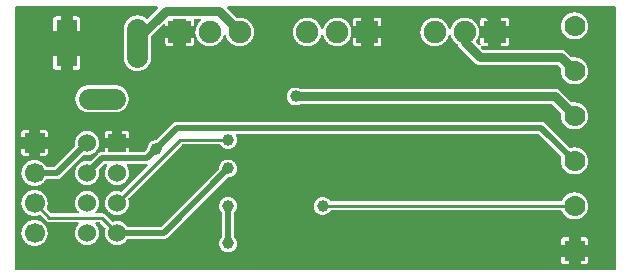
<source format=gbl>
G04 Layer: BottomLayer*
G04 EasyEDA v6.3.53, 2020-07-05T11:12:03+02:00*
G04 cde15f3eeb0949078ea0d990088cac7f,f7dd187871414131b8e6a9aac608ee48,10*
G04 Gerber Generator version 0.2*
G04 Scale: 100 percent, Rotated: No, Reflected: No *
G04 Dimensions in millimeters *
G04 leading zeros omitted , absolute positions ,3 integer and 3 decimal *
%FSLAX33Y33*%
%MOMM*%
G90*
G71D02*

%ADD10C,0.254000*%
%ADD11C,0.508000*%
%ADD12C,0.759993*%
%ADD13C,0.510007*%
%ADD14C,0.259994*%
%ADD15C,0.999998*%
%ADD19R,1.799996X3.999992*%
%ADD20R,1.524000X1.524000*%
%ADD21C,1.524000*%
%ADD22R,1.778000X1.778000*%
%ADD23C,1.778000*%
%ADD24C,1.699997*%
%ADD25R,1.699997X1.699997*%
%ADD26R,1.905000X1.905000*%
%ADD27C,1.905000*%
%ADD28C,1.799996*%
%ADD29C,0.762000*%

%LPD*%
G36*
G01X12263Y22603D02*
G01X358Y22603D01*
G01X343Y22602D01*
G01X329Y22599D01*
G01X315Y22594D01*
G01X303Y22587D01*
G01X291Y22578D01*
G01X281Y22568D01*
G01X272Y22556D01*
G01X265Y22544D01*
G01X260Y22530D01*
G01X257Y22516D01*
G01X256Y22501D01*
G01X256Y358D01*
G01X257Y343D01*
G01X260Y329D01*
G01X265Y315D01*
G01X272Y303D01*
G01X281Y291D01*
G01X291Y281D01*
G01X303Y272D01*
G01X315Y265D01*
G01X329Y260D01*
G01X343Y257D01*
G01X358Y256D01*
G01X51076Y256D01*
G01X51091Y257D01*
G01X51105Y260D01*
G01X51119Y265D01*
G01X51131Y272D01*
G01X51143Y281D01*
G01X51153Y291D01*
G01X51162Y303D01*
G01X51169Y315D01*
G01X51174Y329D01*
G01X51177Y343D01*
G01X51178Y358D01*
G01X51178Y22501D01*
G01X51177Y22516D01*
G01X51174Y22530D01*
G01X51169Y22544D01*
G01X51162Y22556D01*
G01X51153Y22568D01*
G01X51143Y22578D01*
G01X51131Y22587D01*
G01X51119Y22594D01*
G01X51105Y22599D01*
G01X51091Y22602D01*
G01X51076Y22603D01*
G01X18267Y22603D01*
G01X18252Y22602D01*
G01X18239Y22599D01*
G01X18225Y22594D01*
G01X18212Y22587D01*
G01X18201Y22578D01*
G01X18190Y22568D01*
G01X18182Y22556D01*
G01X18175Y22544D01*
G01X18170Y22530D01*
G01X18167Y22516D01*
G01X18166Y22501D01*
G01X18167Y22486D01*
G01X18171Y22470D01*
G01X18177Y22455D01*
G01X18185Y22441D01*
G01X18195Y22430D01*
G01X18963Y21663D01*
G01X18974Y21652D01*
G01X18988Y21644D01*
G01X19003Y21638D01*
G01X19019Y21634D01*
G01X19034Y21633D01*
G01X19053Y21634D01*
G01X19109Y21644D01*
G01X19165Y21650D01*
G01X19222Y21654D01*
G01X19278Y21656D01*
G01X19328Y21655D01*
G01X19378Y21651D01*
G01X19427Y21646D01*
G01X19477Y21639D01*
G01X19526Y21630D01*
G01X19575Y21618D01*
G01X19623Y21605D01*
G01X19671Y21590D01*
G01X19718Y21573D01*
G01X19764Y21554D01*
G01X19809Y21533D01*
G01X19854Y21510D01*
G01X19897Y21485D01*
G01X19940Y21458D01*
G01X19981Y21430D01*
G01X20021Y21401D01*
G01X20059Y21369D01*
G01X20097Y21336D01*
G01X20133Y21301D01*
G01X20168Y21265D01*
G01X20201Y21228D01*
G01X20232Y21189D01*
G01X20262Y21149D01*
G01X20290Y21108D01*
G01X20317Y21065D01*
G01X20341Y21022D01*
G01X20364Y20977D01*
G01X20386Y20932D01*
G01X20404Y20886D01*
G01X20422Y20839D01*
G01X20437Y20791D01*
G01X20450Y20743D01*
G01X20461Y20694D01*
G01X20471Y20646D01*
G01X20478Y20596D01*
G01X20483Y20547D01*
G01X20486Y20496D01*
G01X20487Y20447D01*
G01X20486Y20397D01*
G01X20483Y20346D01*
G01X20478Y20297D01*
G01X20471Y20247D01*
G01X20461Y20199D01*
G01X20450Y20150D01*
G01X20437Y20102D01*
G01X20422Y20054D01*
G01X20404Y20007D01*
G01X20386Y19961D01*
G01X20364Y19916D01*
G01X20341Y19871D01*
G01X20317Y19828D01*
G01X20290Y19785D01*
G01X20262Y19744D01*
G01X20232Y19704D01*
G01X20201Y19665D01*
G01X20168Y19628D01*
G01X20133Y19592D01*
G01X20097Y19557D01*
G01X20059Y19524D01*
G01X20021Y19492D01*
G01X19981Y19463D01*
G01X19940Y19435D01*
G01X19897Y19408D01*
G01X19854Y19383D01*
G01X19809Y19360D01*
G01X19764Y19339D01*
G01X19718Y19320D01*
G01X19671Y19303D01*
G01X19623Y19288D01*
G01X19575Y19275D01*
G01X19526Y19263D01*
G01X19477Y19254D01*
G01X19427Y19247D01*
G01X19378Y19242D01*
G01X19328Y19238D01*
G01X19278Y19237D01*
G01X19228Y19238D01*
G01X19179Y19242D01*
G01X19129Y19247D01*
G01X19079Y19254D01*
G01X19030Y19263D01*
G01X18981Y19275D01*
G01X18934Y19288D01*
G01X18886Y19303D01*
G01X18839Y19320D01*
G01X18793Y19339D01*
G01X18748Y19360D01*
G01X18704Y19383D01*
G01X18660Y19408D01*
G01X18618Y19434D01*
G01X18577Y19462D01*
G01X18536Y19492D01*
G01X18497Y19523D01*
G01X18460Y19556D01*
G01X18424Y19591D01*
G01X18390Y19627D01*
G01X18357Y19664D01*
G01X18325Y19703D01*
G01X18295Y19743D01*
G01X18267Y19784D01*
G01X18240Y19826D01*
G01X18215Y19869D01*
G01X18193Y19914D01*
G01X18172Y19959D01*
G01X18152Y20006D01*
G01X18135Y20052D01*
G01X18120Y20100D01*
G01X18107Y20148D01*
G01X18102Y20162D01*
G01X18095Y20175D01*
G01X18086Y20187D01*
G01X18076Y20198D01*
G01X18064Y20207D01*
G01X18051Y20214D01*
G01X18038Y20220D01*
G01X18023Y20223D01*
G01X18008Y20225D01*
G01X17993Y20223D01*
G01X17979Y20220D01*
G01X17965Y20214D01*
G01X17952Y20207D01*
G01X17940Y20198D01*
G01X17930Y20187D01*
G01X17921Y20175D01*
G01X17915Y20162D01*
G01X17910Y20148D01*
G01X17896Y20100D01*
G01X17881Y20052D01*
G01X17864Y20006D01*
G01X17845Y19959D01*
G01X17824Y19914D01*
G01X17801Y19869D01*
G01X17776Y19826D01*
G01X17750Y19784D01*
G01X17721Y19743D01*
G01X17691Y19703D01*
G01X17660Y19664D01*
G01X17627Y19627D01*
G01X17592Y19591D01*
G01X17556Y19556D01*
G01X17519Y19523D01*
G01X17480Y19492D01*
G01X17440Y19462D01*
G01X17399Y19434D01*
G01X17356Y19408D01*
G01X17313Y19383D01*
G01X17268Y19360D01*
G01X17223Y19339D01*
G01X17177Y19320D01*
G01X17130Y19303D01*
G01X17083Y19288D01*
G01X17035Y19275D01*
G01X16986Y19263D01*
G01X16937Y19254D01*
G01X16887Y19247D01*
G01X16838Y19242D01*
G01X16788Y19238D01*
G01X16738Y19237D01*
G01X16687Y19238D01*
G01X16637Y19242D01*
G01X16586Y19247D01*
G01X16536Y19254D01*
G01X16486Y19264D01*
G01X16437Y19276D01*
G01X16388Y19289D01*
G01X16340Y19305D01*
G01X16292Y19323D01*
G01X16245Y19342D01*
G01X16200Y19364D01*
G01X16155Y19387D01*
G01X16111Y19413D01*
G01X16068Y19440D01*
G01X16026Y19469D01*
G01X15986Y19500D01*
G01X15947Y19532D01*
G01X15910Y19566D01*
G01X15873Y19602D01*
G01X15838Y19639D01*
G01X15805Y19677D01*
G01X15774Y19717D01*
G01X15744Y19758D01*
G01X15716Y19800D01*
G01X15690Y19844D01*
G01X15666Y19888D01*
G01X15643Y19934D01*
G01X15623Y19980D01*
G01X15604Y20027D01*
G01X15601Y20035D01*
G01X15599Y20042D01*
G01X15582Y20091D01*
G01X15568Y20141D01*
G01X15556Y20191D01*
G01X15546Y20241D01*
G01X15539Y20293D01*
G01X15534Y20343D01*
G01X15530Y20395D01*
G01X15529Y20447D01*
G01X15530Y20498D01*
G01X15534Y20550D01*
G01X15539Y20600D01*
G01X15546Y20652D01*
G01X15556Y20702D01*
G01X15568Y20752D01*
G01X15582Y20802D01*
G01X15599Y20851D01*
G01X15601Y20858D01*
G01X15604Y20866D01*
G01X15642Y20958D01*
G01X15665Y21003D01*
G01X15689Y21046D01*
G01X15714Y21090D01*
G01X15741Y21131D01*
G01X15771Y21172D01*
G01X15801Y21211D01*
G01X15834Y21249D01*
G01X15868Y21286D01*
G01X15903Y21321D01*
G01X15940Y21355D01*
G01X15978Y21387D01*
G01X15989Y21397D01*
G01X15998Y21409D01*
G01X16006Y21422D01*
G01X16012Y21436D01*
G01X16015Y21451D01*
G01X16016Y21466D01*
G01X16015Y21480D01*
G01X16012Y21495D01*
G01X16007Y21508D01*
G01X16000Y21521D01*
G01X15991Y21533D01*
G01X15981Y21543D01*
G01X15957Y21559D01*
G01X15943Y21564D01*
G01X15929Y21567D01*
G01X15915Y21568D01*
G01X15503Y21568D01*
G01X15488Y21567D01*
G01X15474Y21564D01*
G01X15460Y21559D01*
G01X15447Y21551D01*
G01X15436Y21543D01*
G01X15425Y21533D01*
G01X15417Y21521D01*
G01X15410Y21508D01*
G01X15405Y21495D01*
G01X15402Y21480D01*
G01X15401Y21466D01*
G01X15403Y21447D01*
G01X15406Y21423D01*
G01X15407Y21399D01*
G01X15407Y20986D01*
G01X14738Y20986D01*
G01X14738Y21466D01*
G01X14737Y21480D01*
G01X14734Y21495D01*
G01X14722Y21521D01*
G01X14713Y21533D01*
G01X14703Y21543D01*
G01X14679Y21559D01*
G01X14665Y21564D01*
G01X14651Y21567D01*
G01X14637Y21568D01*
G01X13760Y21568D01*
G01X13745Y21567D01*
G01X13731Y21564D01*
G01X13718Y21559D01*
G01X13705Y21551D01*
G01X13694Y21543D01*
G01X13683Y21533D01*
G01X13674Y21521D01*
G01X13668Y21508D01*
G01X13663Y21495D01*
G01X13660Y21480D01*
G01X13659Y21466D01*
G01X13658Y21466D01*
G01X13658Y20986D01*
G01X12989Y20986D01*
G01X12989Y21038D01*
G01X12988Y21053D01*
G01X12985Y21067D01*
G01X12980Y21080D01*
G01X12973Y21093D01*
G01X12964Y21105D01*
G01X12954Y21115D01*
G01X12942Y21124D01*
G01X12930Y21131D01*
G01X12916Y21136D01*
G01X12902Y21139D01*
G01X12887Y21140D01*
G01X12872Y21139D01*
G01X12856Y21135D01*
G01X12841Y21129D01*
G01X12828Y21121D01*
G01X12816Y21110D01*
G01X11805Y20100D01*
G01X11795Y20088D01*
G01X11787Y20075D01*
G01X11781Y20060D01*
G01X11777Y20044D01*
G01X11776Y20028D01*
G01X11776Y18297D01*
G01X11775Y18247D01*
G01X11771Y18199D01*
G01X11766Y18150D01*
G01X11759Y18101D01*
G01X11750Y18053D01*
G01X11738Y18005D01*
G01X11725Y17958D01*
G01X11710Y17911D01*
G01X11692Y17865D01*
G01X11673Y17820D01*
G01X11652Y17776D01*
G01X11629Y17732D01*
G01X11604Y17690D01*
G01X11577Y17649D01*
G01X11549Y17609D01*
G01X11519Y17570D01*
G01X11487Y17533D01*
G01X11454Y17496D01*
G01X11419Y17461D01*
G01X11383Y17428D01*
G01X11346Y17396D01*
G01X11307Y17366D01*
G01X11267Y17339D01*
G01X11226Y17312D01*
G01X11183Y17287D01*
G01X11140Y17264D01*
G01X11096Y17243D01*
G01X11051Y17223D01*
G01X11004Y17206D01*
G01X10958Y17191D01*
G01X10911Y17178D01*
G01X10863Y17166D01*
G01X10815Y17157D01*
G01X10766Y17150D01*
G01X10717Y17144D01*
G01X10669Y17141D01*
G01X10619Y17140D01*
G01X10570Y17141D01*
G01X10521Y17144D01*
G01X10472Y17150D01*
G01X10424Y17157D01*
G01X10375Y17166D01*
G01X10328Y17178D01*
G01X10280Y17191D01*
G01X10234Y17206D01*
G01X10188Y17223D01*
G01X10143Y17243D01*
G01X10099Y17264D01*
G01X10055Y17287D01*
G01X10013Y17312D01*
G01X9931Y17366D01*
G01X9893Y17396D01*
G01X9855Y17428D01*
G01X9819Y17461D01*
G01X9784Y17496D01*
G01X9751Y17533D01*
G01X9720Y17570D01*
G01X9690Y17609D01*
G01X9661Y17649D01*
G01X9634Y17690D01*
G01X9609Y17732D01*
G01X9586Y17776D01*
G01X9565Y17820D01*
G01X9546Y17865D01*
G01X9529Y17911D01*
G01X9513Y17958D01*
G01X9500Y18005D01*
G01X9488Y18053D01*
G01X9479Y18101D01*
G01X9472Y18150D01*
G01X9467Y18199D01*
G01X9464Y18247D01*
G01X9463Y18297D01*
G01X9463Y20696D01*
G01X9464Y20746D01*
G01X9467Y20794D01*
G01X9472Y20843D01*
G01X9479Y20892D01*
G01X9488Y20940D01*
G01X9500Y20988D01*
G01X9513Y21035D01*
G01X9529Y21082D01*
G01X9546Y21128D01*
G01X9565Y21173D01*
G01X9586Y21217D01*
G01X9609Y21261D01*
G01X9634Y21303D01*
G01X9661Y21344D01*
G01X9690Y21384D01*
G01X9720Y21423D01*
G01X9751Y21460D01*
G01X9784Y21497D01*
G01X9819Y21532D01*
G01X9855Y21565D01*
G01X9893Y21597D01*
G01X9931Y21627D01*
G01X9972Y21655D01*
G01X10013Y21681D01*
G01X10055Y21706D01*
G01X10099Y21729D01*
G01X10143Y21751D01*
G01X10188Y21770D01*
G01X10234Y21787D01*
G01X10280Y21802D01*
G01X10328Y21816D01*
G01X10375Y21827D01*
G01X10424Y21836D01*
G01X10472Y21844D01*
G01X10521Y21849D01*
G01X10570Y21852D01*
G01X10619Y21853D01*
G01X10670Y21852D01*
G01X10719Y21849D01*
G01X10770Y21844D01*
G01X10819Y21836D01*
G01X10868Y21826D01*
G01X10917Y21814D01*
G01X10965Y21800D01*
G01X11013Y21784D01*
G01X11060Y21766D01*
G01X11106Y21746D01*
G01X11151Y21724D01*
G01X11195Y21700D01*
G01X11238Y21674D01*
G01X11280Y21646D01*
G01X11320Y21616D01*
G01X11359Y21585D01*
G01X11374Y21575D01*
G01X11390Y21568D01*
G01X11407Y21563D01*
G01X11424Y21562D01*
G01X11440Y21563D01*
G01X11456Y21567D01*
G01X11471Y21573D01*
G01X11484Y21581D01*
G01X11497Y21592D01*
G01X12335Y22430D01*
G01X12345Y22441D01*
G01X12353Y22455D01*
G01X12359Y22470D01*
G01X12363Y22486D01*
G01X12364Y22501D01*
G01X12363Y22516D01*
G01X12360Y22530D01*
G01X12355Y22544D01*
G01X12348Y22556D01*
G01X12339Y22568D01*
G01X12329Y22578D01*
G01X12317Y22587D01*
G01X12305Y22594D01*
G01X12291Y22599D01*
G01X12277Y22602D01*
G01X12263Y22603D01*
G37*

%LPC*%
G36*
G01X48770Y1397D02*
G01X48133Y1397D01*
G01X48133Y759D01*
G01X48514Y759D01*
G01X48537Y760D01*
G01X48561Y764D01*
G01X48584Y769D01*
G01X48606Y776D01*
G01X48628Y786D01*
G01X48649Y798D01*
G01X48668Y811D01*
G01X48686Y826D01*
G01X48703Y843D01*
G01X48718Y861D01*
G01X48731Y880D01*
G01X48743Y901D01*
G01X48753Y923D01*
G01X48760Y945D01*
G01X48765Y968D01*
G01X48769Y992D01*
G01X48770Y1016D01*
G01X48770Y1397D01*
G37*
G36*
G01X47117Y1397D02*
G01X46479Y1397D01*
G01X46479Y1016D01*
G01X46480Y992D01*
G01X46484Y968D01*
G01X46489Y945D01*
G01X46496Y923D01*
G01X46506Y901D01*
G01X46518Y880D01*
G01X46531Y861D01*
G01X46546Y843D01*
G01X46563Y826D01*
G01X46581Y811D01*
G01X46600Y798D01*
G01X46621Y786D01*
G01X46643Y776D01*
G01X46665Y769D01*
G01X46688Y764D01*
G01X46712Y760D01*
G01X46736Y759D01*
G01X47117Y759D01*
G01X47117Y1397D01*
G37*
G36*
G01X18327Y6470D02*
G01X18288Y6471D01*
G01X18248Y6470D01*
G01X18208Y6467D01*
G01X18169Y6462D01*
G01X18130Y6455D01*
G01X18092Y6446D01*
G01X18054Y6434D01*
G01X18016Y6421D01*
G01X17944Y6389D01*
G01X17909Y6370D01*
G01X17876Y6349D01*
G01X17843Y6327D01*
G01X17781Y6277D01*
G01X17725Y6221D01*
G01X17675Y6159D01*
G01X17653Y6126D01*
G01X17632Y6093D01*
G01X17613Y6058D01*
G01X17581Y5986D01*
G01X17568Y5948D01*
G01X17556Y5910D01*
G01X17547Y5872D01*
G01X17540Y5833D01*
G01X17535Y5794D01*
G01X17532Y5754D01*
G01X17531Y5715D01*
G01X17532Y5672D01*
G01X17536Y5631D01*
G01X17541Y5589D01*
G01X17549Y5548D01*
G01X17560Y5507D01*
G01X17572Y5467D01*
G01X17587Y5428D01*
G01X17604Y5390D01*
G01X17623Y5352D01*
G01X17644Y5316D01*
G01X17667Y5281D01*
G01X17693Y5247D01*
G01X17719Y5215D01*
G01X17748Y5184D01*
G01X17758Y5172D01*
G01X17766Y5159D01*
G01X17772Y5144D01*
G01X17776Y5129D01*
G01X17777Y5113D01*
G01X17777Y3141D01*
G01X17776Y3125D01*
G01X17772Y3110D01*
G01X17766Y3095D01*
G01X17758Y3082D01*
G01X17748Y3070D01*
G01X17719Y3039D01*
G01X17693Y3007D01*
G01X17667Y2973D01*
G01X17644Y2938D01*
G01X17623Y2902D01*
G01X17604Y2864D01*
G01X17587Y2826D01*
G01X17572Y2787D01*
G01X17560Y2747D01*
G01X17549Y2706D01*
G01X17541Y2665D01*
G01X17536Y2623D01*
G01X17532Y2582D01*
G01X17531Y2540D01*
G01X17532Y2500D01*
G01X17535Y2460D01*
G01X17540Y2421D01*
G01X17547Y2382D01*
G01X17556Y2344D01*
G01X17568Y2306D01*
G01X17581Y2268D01*
G01X17613Y2196D01*
G01X17632Y2161D01*
G01X17653Y2128D01*
G01X17675Y2095D01*
G01X17725Y2033D01*
G01X17781Y1977D01*
G01X17843Y1927D01*
G01X17876Y1905D01*
G01X17909Y1884D01*
G01X17944Y1865D01*
G01X18016Y1833D01*
G01X18054Y1820D01*
G01X18092Y1808D01*
G01X18130Y1799D01*
G01X18169Y1792D01*
G01X18208Y1787D01*
G01X18248Y1784D01*
G01X18288Y1783D01*
G01X18327Y1784D01*
G01X18367Y1787D01*
G01X18406Y1792D01*
G01X18445Y1799D01*
G01X18483Y1808D01*
G01X18521Y1820D01*
G01X18559Y1833D01*
G01X18631Y1865D01*
G01X18666Y1884D01*
G01X18699Y1905D01*
G01X18732Y1927D01*
G01X18794Y1977D01*
G01X18850Y2033D01*
G01X18900Y2095D01*
G01X18922Y2128D01*
G01X18943Y2161D01*
G01X18962Y2196D01*
G01X18994Y2268D01*
G01X19007Y2306D01*
G01X19019Y2344D01*
G01X19028Y2382D01*
G01X19035Y2421D01*
G01X19040Y2460D01*
G01X19043Y2500D01*
G01X19044Y2540D01*
G01X19043Y2582D01*
G01X19039Y2623D01*
G01X19034Y2665D01*
G01X19026Y2706D01*
G01X19015Y2747D01*
G01X19003Y2787D01*
G01X18988Y2826D01*
G01X18971Y2864D01*
G01X18952Y2902D01*
G01X18931Y2938D01*
G01X18908Y2973D01*
G01X18882Y3007D01*
G01X18856Y3039D01*
G01X18827Y3070D01*
G01X18817Y3082D01*
G01X18809Y3095D01*
G01X18803Y3110D01*
G01X18799Y3125D01*
G01X18798Y3141D01*
G01X18798Y5113D01*
G01X18799Y5129D01*
G01X18803Y5144D01*
G01X18809Y5159D01*
G01X18817Y5172D01*
G01X18827Y5184D01*
G01X18856Y5215D01*
G01X18882Y5247D01*
G01X18908Y5281D01*
G01X18931Y5316D01*
G01X18952Y5352D01*
G01X18971Y5390D01*
G01X18988Y5428D01*
G01X19003Y5467D01*
G01X19015Y5507D01*
G01X19026Y5548D01*
G01X19034Y5589D01*
G01X19039Y5631D01*
G01X19043Y5672D01*
G01X19044Y5715D01*
G01X19043Y5754D01*
G01X19040Y5794D01*
G01X19035Y5833D01*
G01X19028Y5872D01*
G01X19019Y5910D01*
G01X19007Y5948D01*
G01X18994Y5986D01*
G01X18962Y6058D01*
G01X18943Y6093D01*
G01X18922Y6126D01*
G01X18900Y6159D01*
G01X18850Y6221D01*
G01X18794Y6277D01*
G01X18732Y6327D01*
G01X18699Y6349D01*
G01X18666Y6370D01*
G01X18631Y6389D01*
G01X18559Y6421D01*
G01X18521Y6434D01*
G01X18483Y6446D01*
G01X18445Y6455D01*
G01X18406Y6462D01*
G01X18367Y6467D01*
G01X18327Y6470D01*
G37*
G36*
G01X1953Y4534D02*
G01X1905Y4535D01*
G01X1856Y4534D01*
G01X1808Y4531D01*
G01X1760Y4526D01*
G01X1712Y4518D01*
G01X1665Y4509D01*
G01X1618Y4497D01*
G01X1572Y4484D01*
G01X1526Y4468D01*
G01X1481Y4451D01*
G01X1437Y4431D01*
G01X1393Y4410D01*
G01X1351Y4387D01*
G01X1310Y4362D01*
G01X1270Y4335D01*
G01X1231Y4306D01*
G01X1193Y4276D01*
G01X1157Y4244D01*
G01X1122Y4211D01*
G01X1089Y4176D01*
G01X1057Y4140D01*
G01X1027Y4102D01*
G01X998Y4063D01*
G01X971Y4023D01*
G01X946Y3982D01*
G01X923Y3940D01*
G01X902Y3896D01*
G01X882Y3852D01*
G01X865Y3807D01*
G01X849Y3761D01*
G01X836Y3715D01*
G01X824Y3668D01*
G01X815Y3621D01*
G01X807Y3573D01*
G01X802Y3525D01*
G01X799Y3477D01*
G01X798Y3429D01*
G01X799Y3380D01*
G01X802Y3332D01*
G01X807Y3284D01*
G01X815Y3236D01*
G01X824Y3189D01*
G01X836Y3142D01*
G01X849Y3096D01*
G01X865Y3050D01*
G01X882Y3005D01*
G01X902Y2961D01*
G01X923Y2917D01*
G01X946Y2875D01*
G01X971Y2834D01*
G01X998Y2794D01*
G01X1027Y2755D01*
G01X1057Y2717D01*
G01X1089Y2681D01*
G01X1122Y2646D01*
G01X1157Y2613D01*
G01X1193Y2581D01*
G01X1231Y2551D01*
G01X1270Y2522D01*
G01X1310Y2495D01*
G01X1351Y2470D01*
G01X1393Y2447D01*
G01X1437Y2426D01*
G01X1481Y2406D01*
G01X1526Y2389D01*
G01X1572Y2373D01*
G01X1618Y2360D01*
G01X1665Y2348D01*
G01X1712Y2339D01*
G01X1760Y2331D01*
G01X1808Y2326D01*
G01X1856Y2323D01*
G01X1905Y2322D01*
G01X1953Y2323D01*
G01X2001Y2326D01*
G01X2049Y2331D01*
G01X2097Y2339D01*
G01X2144Y2348D01*
G01X2191Y2360D01*
G01X2237Y2373D01*
G01X2283Y2389D01*
G01X2328Y2406D01*
G01X2372Y2426D01*
G01X2416Y2447D01*
G01X2458Y2470D01*
G01X2499Y2495D01*
G01X2539Y2522D01*
G01X2578Y2551D01*
G01X2616Y2581D01*
G01X2652Y2613D01*
G01X2687Y2646D01*
G01X2720Y2681D01*
G01X2752Y2717D01*
G01X2782Y2755D01*
G01X2811Y2794D01*
G01X2838Y2834D01*
G01X2863Y2875D01*
G01X2886Y2917D01*
G01X2907Y2961D01*
G01X2927Y3005D01*
G01X2944Y3050D01*
G01X2960Y3096D01*
G01X2973Y3142D01*
G01X2985Y3189D01*
G01X2994Y3236D01*
G01X3002Y3284D01*
G01X3007Y3332D01*
G01X3010Y3380D01*
G01X3011Y3429D01*
G01X3010Y3477D01*
G01X3007Y3525D01*
G01X3002Y3573D01*
G01X2994Y3621D01*
G01X2985Y3668D01*
G01X2973Y3715D01*
G01X2960Y3761D01*
G01X2944Y3807D01*
G01X2927Y3852D01*
G01X2907Y3896D01*
G01X2886Y3940D01*
G01X2863Y3982D01*
G01X2838Y4023D01*
G01X2811Y4063D01*
G01X2782Y4102D01*
G01X2752Y4140D01*
G01X2720Y4176D01*
G01X2687Y4211D01*
G01X2652Y4244D01*
G01X2616Y4276D01*
G01X2578Y4306D01*
G01X2539Y4335D01*
G01X2499Y4362D01*
G01X2458Y4387D01*
G01X2416Y4410D01*
G01X2372Y4431D01*
G01X2328Y4451D01*
G01X2283Y4468D01*
G01X2237Y4484D01*
G01X2191Y4497D01*
G01X2144Y4509D01*
G01X2097Y4518D01*
G01X2049Y4526D01*
G01X2001Y4531D01*
G01X1953Y4534D01*
G37*
G36*
G01X18327Y9645D02*
G01X18288Y9646D01*
G01X18248Y9645D01*
G01X18209Y9642D01*
G01X18170Y9637D01*
G01X18131Y9630D01*
G01X18093Y9621D01*
G01X18055Y9609D01*
G01X18018Y9597D01*
G01X17946Y9565D01*
G01X17912Y9546D01*
G01X17878Y9526D01*
G01X17846Y9504D01*
G01X17814Y9480D01*
G01X17784Y9454D01*
G01X17755Y9427D01*
G01X17728Y9399D01*
G01X17702Y9369D01*
G01X17678Y9338D01*
G01X17656Y9306D01*
G01X17635Y9273D01*
G01X17616Y9238D01*
G01X17599Y9202D01*
G01X17583Y9166D01*
G01X17570Y9129D01*
G01X17559Y9092D01*
G01X17549Y9054D01*
G01X17541Y9015D01*
G01X17536Y8976D01*
G01X17533Y8937D01*
G01X17531Y8898D01*
G01X17530Y8882D01*
G01X17526Y8867D01*
G01X17520Y8852D01*
G01X17511Y8839D01*
G01X17501Y8827D01*
G01X12644Y3970D01*
G01X12632Y3959D01*
G01X12619Y3951D01*
G01X12604Y3945D01*
G01X12588Y3941D01*
G01X12573Y3940D01*
G01X9827Y3940D01*
G01X9813Y3941D01*
G01X9798Y3944D01*
G01X9785Y3949D01*
G01X9772Y3956D01*
G01X9761Y3964D01*
G01X9751Y3975D01*
G01X9742Y3986D01*
G01X9716Y4024D01*
G01X9688Y4060D01*
G01X9659Y4096D01*
G01X9628Y4130D01*
G01X9596Y4163D01*
G01X9562Y4194D01*
G01X9527Y4223D01*
G01X9490Y4251D01*
G01X9453Y4277D01*
G01X9414Y4302D01*
G01X9374Y4325D01*
G01X9333Y4345D01*
G01X9291Y4364D01*
G01X9249Y4382D01*
G01X9205Y4397D01*
G01X9162Y4410D01*
G01X9117Y4421D01*
G01X9072Y4431D01*
G01X9027Y4438D01*
G01X8981Y4443D01*
G01X8935Y4446D01*
G01X8890Y4447D01*
G01X8840Y4446D01*
G01X8791Y4442D01*
G01X8743Y4436D01*
G01X8694Y4428D01*
G01X8646Y4418D01*
G01X8599Y4405D01*
G01X8552Y4390D01*
G01X8536Y4385D01*
G01X8519Y4384D01*
G01X8503Y4385D01*
G01X8487Y4389D01*
G01X8472Y4395D01*
G01X8459Y4403D01*
G01X8447Y4414D01*
G01X7888Y4972D01*
G01X7866Y4993D01*
G01X7843Y5011D01*
G01X7817Y5028D01*
G01X7791Y5043D01*
G01X7764Y5056D01*
G01X7735Y5066D01*
G01X7706Y5074D01*
G01X7677Y5080D01*
G01X7647Y5084D01*
G01X7617Y5085D01*
G01X7151Y5085D01*
G01X7137Y5086D01*
G01X7123Y5089D01*
G01X7109Y5094D01*
G01X7096Y5101D01*
G01X7085Y5109D01*
G01X7074Y5120D01*
G01X7066Y5131D01*
G01X7059Y5144D01*
G01X7054Y5158D01*
G01X7051Y5172D01*
G01X7050Y5186D01*
G01X7051Y5202D01*
G01X7055Y5217D01*
G01X7060Y5231D01*
G01X7068Y5245D01*
G01X7078Y5257D01*
G01X7110Y5291D01*
G01X7140Y5326D01*
G01X7168Y5363D01*
G01X7195Y5401D01*
G01X7220Y5440D01*
G01X7243Y5480D01*
G01X7264Y5521D01*
G01X7284Y5563D01*
G01X7301Y5606D01*
G01X7317Y5649D01*
G01X7330Y5694D01*
G01X7342Y5739D01*
G01X7351Y5784D01*
G01X7358Y5830D01*
G01X7364Y5876D01*
G01X7367Y5922D01*
G01X7368Y5969D01*
G01X7367Y6014D01*
G01X7364Y6060D01*
G01X7359Y6105D01*
G01X7352Y6150D01*
G01X7343Y6195D01*
G01X7331Y6239D01*
G01X7318Y6283D01*
G01X7303Y6327D01*
G01X7286Y6369D01*
G01X7267Y6410D01*
G01X7247Y6451D01*
G01X7224Y6491D01*
G01X7199Y6530D01*
G01X7173Y6567D01*
G01X7146Y6604D01*
G01X7117Y6639D01*
G01X7086Y6673D01*
G01X7054Y6705D01*
G01X7020Y6736D01*
G01X6985Y6765D01*
G01X6948Y6792D01*
G01X6911Y6818D01*
G01X6872Y6843D01*
G01X6832Y6866D01*
G01X6791Y6886D01*
G01X6750Y6905D01*
G01X6708Y6922D01*
G01X6664Y6937D01*
G01X6620Y6950D01*
G01X6576Y6962D01*
G01X6531Y6971D01*
G01X6486Y6978D01*
G01X6441Y6983D01*
G01X6395Y6986D01*
G01X6350Y6987D01*
G01X6304Y6986D01*
G01X6258Y6983D01*
G01X6213Y6978D01*
G01X6168Y6971D01*
G01X6123Y6962D01*
G01X6079Y6950D01*
G01X6035Y6937D01*
G01X5991Y6922D01*
G01X5949Y6905D01*
G01X5908Y6886D01*
G01X5867Y6866D01*
G01X5827Y6843D01*
G01X5788Y6818D01*
G01X5751Y6792D01*
G01X5715Y6765D01*
G01X5679Y6736D01*
G01X5645Y6705D01*
G01X5613Y6673D01*
G01X5582Y6639D01*
G01X5553Y6604D01*
G01X5526Y6567D01*
G01X5500Y6530D01*
G01X5475Y6491D01*
G01X5452Y6451D01*
G01X5432Y6410D01*
G01X5413Y6369D01*
G01X5396Y6327D01*
G01X5381Y6283D01*
G01X5368Y6239D01*
G01X5356Y6195D01*
G01X5347Y6150D01*
G01X5340Y6105D01*
G01X5335Y6060D01*
G01X5332Y6014D01*
G01X5331Y5969D01*
G01X5332Y5922D01*
G01X5335Y5876D01*
G01X5341Y5830D01*
G01X5348Y5784D01*
G01X5357Y5739D01*
G01X5369Y5694D01*
G01X5382Y5649D01*
G01X5398Y5606D01*
G01X5415Y5563D01*
G01X5435Y5521D01*
G01X5456Y5480D01*
G01X5479Y5440D01*
G01X5504Y5401D01*
G01X5531Y5363D01*
G01X5559Y5326D01*
G01X5589Y5291D01*
G01X5621Y5257D01*
G01X5631Y5245D01*
G01X5639Y5231D01*
G01X5644Y5217D01*
G01X5648Y5202D01*
G01X5649Y5186D01*
G01X5648Y5172D01*
G01X5645Y5158D01*
G01X5640Y5144D01*
G01X5633Y5131D01*
G01X5625Y5120D01*
G01X5614Y5109D01*
G01X5603Y5101D01*
G01X5590Y5094D01*
G01X5576Y5089D01*
G01X5562Y5086D01*
G01X5548Y5085D01*
G01X3373Y5085D01*
G01X3357Y5086D01*
G01X3342Y5090D01*
G01X3327Y5096D01*
G01X3313Y5104D01*
G01X3301Y5115D01*
G01X2958Y5457D01*
G01X2948Y5470D01*
G01X2939Y5483D01*
G01X2933Y5498D01*
G01X2930Y5513D01*
G01X2928Y5529D01*
G01X2930Y5548D01*
G01X2935Y5566D01*
G01X2953Y5614D01*
G01X2968Y5664D01*
G01X2981Y5713D01*
G01X2992Y5764D01*
G01X3000Y5815D01*
G01X3006Y5866D01*
G01X3010Y5917D01*
G01X3011Y5969D01*
G01X3010Y6017D01*
G01X3007Y6065D01*
G01X3002Y6113D01*
G01X2994Y6161D01*
G01X2985Y6208D01*
G01X2973Y6255D01*
G01X2960Y6301D01*
G01X2944Y6347D01*
G01X2927Y6392D01*
G01X2907Y6436D01*
G01X2886Y6480D01*
G01X2863Y6522D01*
G01X2838Y6563D01*
G01X2811Y6603D01*
G01X2782Y6642D01*
G01X2752Y6680D01*
G01X2720Y6716D01*
G01X2687Y6751D01*
G01X2652Y6784D01*
G01X2616Y6816D01*
G01X2578Y6846D01*
G01X2539Y6875D01*
G01X2499Y6902D01*
G01X2458Y6927D01*
G01X2416Y6950D01*
G01X2372Y6971D01*
G01X2328Y6991D01*
G01X2283Y7008D01*
G01X2237Y7024D01*
G01X2191Y7037D01*
G01X2144Y7049D01*
G01X2097Y7058D01*
G01X2049Y7066D01*
G01X2001Y7071D01*
G01X1953Y7074D01*
G01X1905Y7075D01*
G01X1856Y7074D01*
G01X1808Y7071D01*
G01X1760Y7066D01*
G01X1712Y7058D01*
G01X1665Y7049D01*
G01X1618Y7037D01*
G01X1572Y7024D01*
G01X1526Y7008D01*
G01X1481Y6991D01*
G01X1437Y6971D01*
G01X1393Y6950D01*
G01X1351Y6927D01*
G01X1310Y6902D01*
G01X1270Y6875D01*
G01X1231Y6846D01*
G01X1193Y6816D01*
G01X1157Y6784D01*
G01X1122Y6751D01*
G01X1089Y6716D01*
G01X1057Y6680D01*
G01X1027Y6642D01*
G01X998Y6603D01*
G01X971Y6563D01*
G01X946Y6522D01*
G01X923Y6480D01*
G01X902Y6436D01*
G01X882Y6392D01*
G01X865Y6347D01*
G01X849Y6301D01*
G01X836Y6255D01*
G01X824Y6208D01*
G01X815Y6161D01*
G01X807Y6113D01*
G01X802Y6065D01*
G01X799Y6017D01*
G01X798Y5969D01*
G01X799Y5920D01*
G01X802Y5872D01*
G01X807Y5824D01*
G01X815Y5776D01*
G01X824Y5729D01*
G01X836Y5682D01*
G01X849Y5636D01*
G01X865Y5590D01*
G01X882Y5545D01*
G01X902Y5501D01*
G01X923Y5457D01*
G01X946Y5415D01*
G01X971Y5374D01*
G01X998Y5334D01*
G01X1027Y5295D01*
G01X1057Y5257D01*
G01X1089Y5221D01*
G01X1122Y5186D01*
G01X1157Y5153D01*
G01X1193Y5121D01*
G01X1231Y5091D01*
G01X1270Y5062D01*
G01X1310Y5035D01*
G01X1351Y5010D01*
G01X1393Y4987D01*
G01X1437Y4966D01*
G01X1481Y4946D01*
G01X1526Y4929D01*
G01X1572Y4913D01*
G01X1618Y4900D01*
G01X1665Y4888D01*
G01X1712Y4879D01*
G01X1760Y4871D01*
G01X1808Y4866D01*
G01X1856Y4863D01*
G01X1905Y4862D01*
G01X1956Y4863D01*
G01X2007Y4867D01*
G01X2058Y4873D01*
G01X2109Y4881D01*
G01X2160Y4892D01*
G01X2209Y4905D01*
G01X2259Y4920D01*
G01X2307Y4938D01*
G01X2325Y4943D01*
G01X2344Y4945D01*
G01X2360Y4943D01*
G01X2375Y4940D01*
G01X2390Y4934D01*
G01X2403Y4925D01*
G01X2416Y4915D01*
G01X2901Y4430D01*
G01X2923Y4409D01*
G01X2946Y4391D01*
G01X2972Y4374D01*
G01X2998Y4359D01*
G01X3025Y4346D01*
G01X3054Y4336D01*
G01X3083Y4328D01*
G01X3112Y4322D01*
G01X3142Y4319D01*
G01X3172Y4318D01*
G01X5553Y4318D01*
G01X5567Y4316D01*
G01X5581Y4313D01*
G01X5595Y4308D01*
G01X5608Y4301D01*
G01X5620Y4293D01*
G01X5630Y4282D01*
G01X5638Y4271D01*
G01X5645Y4258D01*
G01X5650Y4244D01*
G01X5654Y4230D01*
G01X5655Y4216D01*
G01X5653Y4200D01*
G01X5649Y4185D01*
G01X5643Y4170D01*
G01X5635Y4156D01*
G01X5625Y4144D01*
G01X5593Y4111D01*
G01X5563Y4075D01*
G01X5534Y4039D01*
G01X5507Y4001D01*
G01X5481Y3961D01*
G01X5458Y3921D01*
G01X5436Y3880D01*
G01X5416Y3837D01*
G01X5399Y3794D01*
G01X5383Y3750D01*
G01X5369Y3705D01*
G01X5357Y3660D01*
G01X5348Y3614D01*
G01X5341Y3568D01*
G01X5335Y3522D01*
G01X5332Y3475D01*
G01X5331Y3429D01*
G01X5332Y3383D01*
G01X5335Y3337D01*
G01X5340Y3292D01*
G01X5347Y3247D01*
G01X5356Y3202D01*
G01X5368Y3158D01*
G01X5381Y3114D01*
G01X5396Y3070D01*
G01X5413Y3028D01*
G01X5432Y2987D01*
G01X5452Y2946D01*
G01X5475Y2906D01*
G01X5500Y2867D01*
G01X5526Y2830D01*
G01X5553Y2794D01*
G01X5582Y2758D01*
G01X5613Y2724D01*
G01X5645Y2692D01*
G01X5679Y2661D01*
G01X5715Y2632D01*
G01X5751Y2605D01*
G01X5788Y2579D01*
G01X5827Y2554D01*
G01X5867Y2531D01*
G01X5908Y2511D01*
G01X5949Y2492D01*
G01X5991Y2475D01*
G01X6035Y2460D01*
G01X6079Y2447D01*
G01X6123Y2435D01*
G01X6168Y2426D01*
G01X6213Y2419D01*
G01X6258Y2414D01*
G01X6304Y2411D01*
G01X6350Y2410D01*
G01X6395Y2411D01*
G01X6441Y2414D01*
G01X6486Y2419D01*
G01X6531Y2426D01*
G01X6576Y2435D01*
G01X6620Y2447D01*
G01X6664Y2460D01*
G01X6708Y2475D01*
G01X6750Y2492D01*
G01X6791Y2511D01*
G01X6832Y2531D01*
G01X6872Y2554D01*
G01X6911Y2579D01*
G01X6948Y2605D01*
G01X6985Y2632D01*
G01X7020Y2661D01*
G01X7054Y2692D01*
G01X7086Y2724D01*
G01X7117Y2758D01*
G01X7146Y2794D01*
G01X7173Y2830D01*
G01X7199Y2867D01*
G01X7224Y2906D01*
G01X7247Y2946D01*
G01X7267Y2987D01*
G01X7286Y3028D01*
G01X7303Y3070D01*
G01X7318Y3114D01*
G01X7331Y3158D01*
G01X7343Y3202D01*
G01X7352Y3247D01*
G01X7359Y3292D01*
G01X7364Y3337D01*
G01X7367Y3383D01*
G01X7368Y3429D01*
G01X7367Y3475D01*
G01X7364Y3522D01*
G01X7358Y3568D01*
G01X7351Y3614D01*
G01X7342Y3660D01*
G01X7330Y3705D01*
G01X7316Y3750D01*
G01X7300Y3794D01*
G01X7283Y3837D01*
G01X7263Y3880D01*
G01X7241Y3921D01*
G01X7218Y3961D01*
G01X7192Y4001D01*
G01X7165Y4039D01*
G01X7136Y4075D01*
G01X7106Y4111D01*
G01X7074Y4144D01*
G01X7064Y4156D01*
G01X7056Y4170D01*
G01X7050Y4185D01*
G01X7046Y4200D01*
G01X7044Y4216D01*
G01X7045Y4230D01*
G01X7049Y4244D01*
G01X7054Y4258D01*
G01X7061Y4271D01*
G01X7069Y4282D01*
G01X7079Y4293D01*
G01X7091Y4301D01*
G01X7104Y4308D01*
G01X7118Y4313D01*
G01X7132Y4316D01*
G01X7146Y4318D01*
G01X7416Y4318D01*
G01X7432Y4316D01*
G01X7447Y4312D01*
G01X7462Y4306D01*
G01X7476Y4298D01*
G01X7488Y4288D01*
G01X7904Y3871D01*
G01X7915Y3859D01*
G01X7923Y3846D01*
G01X7929Y3831D01*
G01X7933Y3815D01*
G01X7934Y3799D01*
G01X7933Y3782D01*
G01X7928Y3766D01*
G01X7913Y3719D01*
G01X7900Y3672D01*
G01X7890Y3624D01*
G01X7882Y3575D01*
G01X7876Y3527D01*
G01X7872Y3478D01*
G01X7871Y3429D01*
G01X7872Y3383D01*
G01X7875Y3337D01*
G01X7880Y3292D01*
G01X7887Y3247D01*
G01X7896Y3202D01*
G01X7908Y3158D01*
G01X7921Y3114D01*
G01X7936Y3070D01*
G01X7953Y3028D01*
G01X7972Y2987D01*
G01X7992Y2946D01*
G01X8015Y2906D01*
G01X8040Y2867D01*
G01X8066Y2830D01*
G01X8093Y2794D01*
G01X8122Y2758D01*
G01X8153Y2724D01*
G01X8185Y2692D01*
G01X8219Y2661D01*
G01X8255Y2632D01*
G01X8291Y2605D01*
G01X8328Y2579D01*
G01X8367Y2554D01*
G01X8407Y2531D01*
G01X8448Y2511D01*
G01X8489Y2492D01*
G01X8531Y2475D01*
G01X8575Y2460D01*
G01X8619Y2447D01*
G01X8663Y2435D01*
G01X8708Y2426D01*
G01X8753Y2419D01*
G01X8798Y2414D01*
G01X8844Y2411D01*
G01X8890Y2410D01*
G01X8935Y2411D01*
G01X8981Y2414D01*
G01X9027Y2419D01*
G01X9072Y2426D01*
G01X9117Y2436D01*
G01X9162Y2447D01*
G01X9205Y2460D01*
G01X9249Y2475D01*
G01X9291Y2493D01*
G01X9333Y2512D01*
G01X9374Y2532D01*
G01X9414Y2555D01*
G01X9453Y2580D01*
G01X9490Y2606D01*
G01X9527Y2634D01*
G01X9562Y2663D01*
G01X9596Y2694D01*
G01X9628Y2727D01*
G01X9659Y2761D01*
G01X9688Y2797D01*
G01X9716Y2833D01*
G01X9742Y2871D01*
G01X9751Y2882D01*
G01X9761Y2893D01*
G01X9772Y2901D01*
G01X9785Y2908D01*
G01X9798Y2913D01*
G01X9813Y2916D01*
G01X9827Y2917D01*
G01X12827Y2917D01*
G01X12860Y2918D01*
G01X12893Y2922D01*
G01X12926Y2927D01*
G01X12959Y2934D01*
G01X12991Y2944D01*
G01X13022Y2956D01*
G01X13053Y2970D01*
G01X13082Y2986D01*
G01X13110Y3003D01*
G01X13138Y3023D01*
G01X13164Y3044D01*
G01X13188Y3067D01*
G01X18225Y8103D01*
G01X18237Y8113D01*
G01X18250Y8122D01*
G01X18265Y8128D01*
G01X18280Y8132D01*
G01X18296Y8133D01*
G01X18335Y8135D01*
G01X18374Y8138D01*
G01X18413Y8143D01*
G01X18452Y8151D01*
G01X18490Y8161D01*
G01X18527Y8172D01*
G01X18564Y8185D01*
G01X18600Y8201D01*
G01X18636Y8218D01*
G01X18671Y8237D01*
G01X18704Y8258D01*
G01X18736Y8280D01*
G01X18767Y8304D01*
G01X18797Y8330D01*
G01X18825Y8357D01*
G01X18852Y8386D01*
G01X18878Y8416D01*
G01X18902Y8448D01*
G01X18924Y8480D01*
G01X18944Y8514D01*
G01X18963Y8548D01*
G01X18995Y8620D01*
G01X19007Y8657D01*
G01X19019Y8695D01*
G01X19028Y8733D01*
G01X19035Y8772D01*
G01X19040Y8811D01*
G01X19043Y8850D01*
G01X19044Y8890D01*
G01X19043Y8929D01*
G01X19040Y8969D01*
G01X19035Y9008D01*
G01X19028Y9047D01*
G01X19019Y9085D01*
G01X19007Y9123D01*
G01X18994Y9161D01*
G01X18962Y9233D01*
G01X18943Y9268D01*
G01X18922Y9301D01*
G01X18900Y9334D01*
G01X18850Y9396D01*
G01X18794Y9452D01*
G01X18732Y9502D01*
G01X18699Y9524D01*
G01X18666Y9545D01*
G01X18631Y9564D01*
G01X18559Y9596D01*
G01X18521Y9609D01*
G01X18483Y9621D01*
G01X18445Y9630D01*
G01X18406Y9637D01*
G01X18367Y9642D01*
G01X18327Y9645D01*
G37*
G36*
G01X48514Y3050D02*
G01X48133Y3050D01*
G01X48133Y2413D01*
G01X48770Y2413D01*
G01X48770Y2794D01*
G01X48769Y2817D01*
G01X48765Y2841D01*
G01X48760Y2864D01*
G01X48753Y2886D01*
G01X48743Y2908D01*
G01X48731Y2929D01*
G01X48718Y2948D01*
G01X48703Y2966D01*
G01X48686Y2983D01*
G01X48668Y2998D01*
G01X48649Y3011D01*
G01X48628Y3023D01*
G01X48606Y3033D01*
G01X48584Y3040D01*
G01X48561Y3045D01*
G01X48537Y3049D01*
G01X48514Y3050D01*
G37*
G36*
G01X47117Y3050D02*
G01X46736Y3050D01*
G01X46712Y3049D01*
G01X46688Y3045D01*
G01X46665Y3040D01*
G01X46643Y3033D01*
G01X46621Y3023D01*
G01X46600Y3011D01*
G01X46581Y2998D01*
G01X46563Y2983D01*
G01X46546Y2966D01*
G01X46531Y2948D01*
G01X46518Y2929D01*
G01X46506Y2908D01*
G01X46496Y2886D01*
G01X46489Y2864D01*
G01X46484Y2841D01*
G01X46480Y2817D01*
G01X46479Y2794D01*
G01X46479Y2413D01*
G01X47117Y2413D01*
G01X47117Y3050D01*
G37*
G36*
G01X47673Y6859D02*
G01X47625Y6860D01*
G01X47575Y6859D01*
G01X47525Y6856D01*
G01X47476Y6850D01*
G01X47427Y6843D01*
G01X47379Y6833D01*
G01X47330Y6821D01*
G01X47283Y6808D01*
G01X47236Y6792D01*
G01X47190Y6774D01*
G01X47144Y6754D01*
G01X47099Y6733D01*
G01X47056Y6709D01*
G01X47013Y6683D01*
G01X46972Y6656D01*
G01X46932Y6627D01*
G01X46893Y6596D01*
G01X46855Y6564D01*
G01X46820Y6530D01*
G01X46785Y6494D01*
G01X46752Y6457D01*
G01X46721Y6419D01*
G01X46691Y6379D01*
G01X46663Y6338D01*
G01X46637Y6296D01*
G01X46613Y6252D01*
G01X46591Y6208D01*
G01X46570Y6163D01*
G01X46564Y6150D01*
G01X46555Y6138D01*
G01X46544Y6127D01*
G01X46533Y6118D01*
G01X46520Y6111D01*
G01X46506Y6105D01*
G01X46492Y6102D01*
G01X46477Y6101D01*
G01X26994Y6101D01*
G01X26978Y6102D01*
G01X26962Y6106D01*
G01X26947Y6113D01*
G01X26933Y6121D01*
G01X26921Y6132D01*
G01X26911Y6145D01*
G01X26887Y6178D01*
G01X26861Y6209D01*
G01X26834Y6239D01*
G01X26805Y6268D01*
G01X26775Y6294D01*
G01X26743Y6320D01*
G01X26710Y6343D01*
G01X26675Y6365D01*
G01X26640Y6385D01*
G01X26603Y6402D01*
G01X26566Y6418D01*
G01X26528Y6432D01*
G01X26489Y6444D01*
G01X26450Y6454D01*
G01X26410Y6461D01*
G01X26369Y6467D01*
G01X26329Y6470D01*
G01X26289Y6471D01*
G01X26249Y6470D01*
G01X26209Y6467D01*
G01X26170Y6462D01*
G01X26131Y6455D01*
G01X26093Y6446D01*
G01X26055Y6434D01*
G01X26017Y6421D01*
G01X25945Y6389D01*
G01X25910Y6370D01*
G01X25877Y6349D01*
G01X25844Y6327D01*
G01X25782Y6277D01*
G01X25726Y6221D01*
G01X25676Y6159D01*
G01X25654Y6126D01*
G01X25633Y6093D01*
G01X25614Y6058D01*
G01X25582Y5986D01*
G01X25569Y5948D01*
G01X25557Y5910D01*
G01X25548Y5872D01*
G01X25541Y5833D01*
G01X25536Y5794D01*
G01X25533Y5754D01*
G01X25532Y5715D01*
G01X25533Y5675D01*
G01X25536Y5635D01*
G01X25541Y5596D01*
G01X25548Y5557D01*
G01X25557Y5519D01*
G01X25569Y5481D01*
G01X25582Y5443D01*
G01X25614Y5371D01*
G01X25633Y5336D01*
G01X25654Y5303D01*
G01X25676Y5270D01*
G01X25726Y5208D01*
G01X25782Y5152D01*
G01X25844Y5102D01*
G01X25877Y5080D01*
G01X25910Y5059D01*
G01X25945Y5040D01*
G01X26017Y5008D01*
G01X26055Y4995D01*
G01X26093Y4983D01*
G01X26131Y4974D01*
G01X26170Y4967D01*
G01X26209Y4962D01*
G01X26249Y4959D01*
G01X26289Y4958D01*
G01X26329Y4959D01*
G01X26369Y4962D01*
G01X26410Y4968D01*
G01X26450Y4975D01*
G01X26489Y4985D01*
G01X26528Y4997D01*
G01X26566Y5011D01*
G01X26603Y5027D01*
G01X26640Y5044D01*
G01X26675Y5064D01*
G01X26710Y5086D01*
G01X26743Y5109D01*
G01X26775Y5135D01*
G01X26805Y5161D01*
G01X26834Y5190D01*
G01X26861Y5220D01*
G01X26887Y5251D01*
G01X26911Y5284D01*
G01X26921Y5297D01*
G01X26933Y5308D01*
G01X26947Y5316D01*
G01X26962Y5323D01*
G01X26978Y5327D01*
G01X26994Y5328D01*
G01X46477Y5328D01*
G01X46492Y5327D01*
G01X46506Y5324D01*
G01X46520Y5318D01*
G01X46533Y5311D01*
G01X46544Y5302D01*
G01X46555Y5291D01*
G01X46564Y5279D01*
G01X46570Y5266D01*
G01X46591Y5221D01*
G01X46613Y5177D01*
G01X46637Y5133D01*
G01X46663Y5091D01*
G01X46691Y5050D01*
G01X46721Y5010D01*
G01X46752Y4972D01*
G01X46785Y4935D01*
G01X46820Y4899D01*
G01X46855Y4865D01*
G01X46893Y4833D01*
G01X46932Y4802D01*
G01X46972Y4773D01*
G01X47013Y4746D01*
G01X47056Y4720D01*
G01X47099Y4696D01*
G01X47144Y4675D01*
G01X47190Y4655D01*
G01X47236Y4637D01*
G01X47283Y4621D01*
G01X47330Y4608D01*
G01X47379Y4596D01*
G01X47427Y4586D01*
G01X47476Y4579D01*
G01X47525Y4573D01*
G01X47575Y4570D01*
G01X47625Y4569D01*
G01X47673Y4570D01*
G01X47722Y4573D01*
G01X47770Y4578D01*
G01X47818Y4585D01*
G01X47866Y4595D01*
G01X47913Y4606D01*
G01X47960Y4619D01*
G01X48006Y4634D01*
G01X48052Y4652D01*
G01X48096Y4671D01*
G01X48140Y4691D01*
G01X48183Y4714D01*
G01X48225Y4739D01*
G01X48266Y4766D01*
G01X48306Y4793D01*
G01X48344Y4823D01*
G01X48381Y4854D01*
G01X48417Y4887D01*
G01X48452Y4922D01*
G01X48485Y4958D01*
G01X48516Y4995D01*
G01X48546Y5033D01*
G01X48573Y5073D01*
G01X48600Y5114D01*
G01X48625Y5156D01*
G01X48648Y5199D01*
G01X48668Y5243D01*
G01X48687Y5287D01*
G01X48705Y5333D01*
G01X48720Y5379D01*
G01X48733Y5426D01*
G01X48744Y5473D01*
G01X48754Y5521D01*
G01X48761Y5569D01*
G01X48766Y5617D01*
G01X48769Y5666D01*
G01X48770Y5715D01*
G01X48769Y5763D01*
G01X48766Y5812D01*
G01X48761Y5860D01*
G01X48754Y5908D01*
G01X48744Y5956D01*
G01X48733Y6003D01*
G01X48720Y6050D01*
G01X48705Y6096D01*
G01X48687Y6142D01*
G01X48668Y6186D01*
G01X48648Y6230D01*
G01X48625Y6273D01*
G01X48600Y6315D01*
G01X48573Y6356D01*
G01X48546Y6396D01*
G01X48516Y6434D01*
G01X48485Y6471D01*
G01X48452Y6507D01*
G01X48417Y6542D01*
G01X48381Y6575D01*
G01X48344Y6606D01*
G01X48306Y6636D01*
G01X48266Y6663D01*
G01X48225Y6690D01*
G01X48183Y6715D01*
G01X48140Y6738D01*
G01X48096Y6758D01*
G01X48052Y6777D01*
G01X48006Y6795D01*
G01X47960Y6810D01*
G01X47913Y6823D01*
G01X47866Y6834D01*
G01X47818Y6844D01*
G01X47770Y6851D01*
G01X47722Y6856D01*
G01X47673Y6859D01*
G37*
G36*
G01X44803Y12858D02*
G01X14008Y12858D01*
G01X13974Y12857D01*
G01X13941Y12853D01*
G01X13908Y12848D01*
G01X13875Y12841D01*
G01X13843Y12831D01*
G01X13812Y12819D01*
G01X13782Y12805D01*
G01X13752Y12789D01*
G01X13724Y12772D01*
G01X13696Y12752D01*
G01X13670Y12731D01*
G01X13646Y12708D01*
G01X12288Y11350D01*
G01X12275Y11340D01*
G01X12262Y11331D01*
G01X12247Y11325D01*
G01X12232Y11321D01*
G01X12216Y11320D01*
G01X12176Y11318D01*
G01X12136Y11315D01*
G01X12096Y11309D01*
G01X12056Y11301D01*
G01X12017Y11291D01*
G01X11979Y11279D01*
G01X11903Y11249D01*
G01X11867Y11230D01*
G01X11832Y11211D01*
G01X11798Y11189D01*
G01X11766Y11165D01*
G01X11734Y11139D01*
G01X11704Y11113D01*
G01X11675Y11084D01*
G01X11648Y11054D01*
G01X11623Y11022D01*
G01X11599Y10990D01*
G01X11577Y10956D01*
G01X11539Y10884D01*
G01X11523Y10847D01*
G01X11509Y10809D01*
G01X11497Y10771D01*
G01X11487Y10732D01*
G01X11479Y10692D01*
G01X11473Y10652D01*
G01X11470Y10612D01*
G01X11468Y10571D01*
G01X11467Y10556D01*
G01X11463Y10541D01*
G01X11457Y10526D01*
G01X11448Y10513D01*
G01X11438Y10500D01*
G01X11255Y10317D01*
G01X11243Y10307D01*
G01X11229Y10299D01*
G01X11215Y10293D01*
G01X11199Y10289D01*
G01X11183Y10288D01*
G01X10010Y10288D01*
G01X9995Y10289D01*
G01X9981Y10292D01*
G01X9967Y10297D01*
G01X9955Y10304D01*
G01X9943Y10312D01*
G01X9933Y10323D01*
G01X9924Y10334D01*
G01X9917Y10347D01*
G01X9912Y10361D01*
G01X9909Y10375D01*
G01X9908Y10389D01*
G01X9908Y10604D01*
G01X9334Y10604D01*
G01X9334Y10389D01*
G01X9333Y10375D01*
G01X9330Y10361D01*
G01X9325Y10347D01*
G01X9318Y10334D01*
G01X9309Y10323D01*
G01X9299Y10312D01*
G01X9287Y10304D01*
G01X9275Y10297D01*
G01X9261Y10292D01*
G01X9247Y10289D01*
G01X9232Y10288D01*
G01X8547Y10288D01*
G01X8532Y10289D01*
G01X8518Y10292D01*
G01X8504Y10297D01*
G01X8492Y10304D01*
G01X8480Y10312D01*
G01X8470Y10323D01*
G01X8461Y10334D01*
G01X8454Y10347D01*
G01X8449Y10361D01*
G01X8446Y10375D01*
G01X8445Y10389D01*
G01X8445Y10604D01*
G01X7871Y10604D01*
G01X7871Y10389D01*
G01X7870Y10375D01*
G01X7867Y10361D01*
G01X7862Y10347D01*
G01X7855Y10334D01*
G01X7846Y10323D01*
G01X7836Y10312D01*
G01X7824Y10304D01*
G01X7812Y10297D01*
G01X7798Y10292D01*
G01X7784Y10289D01*
G01X7769Y10288D01*
G01X7617Y10288D01*
G01X7583Y10287D01*
G01X7550Y10283D01*
G01X7517Y10278D01*
G01X7484Y10270D01*
G01X7452Y10261D01*
G01X7421Y10248D01*
G01X7391Y10235D01*
G01X7361Y10219D01*
G01X7333Y10201D01*
G01X7306Y10182D01*
G01X7280Y10161D01*
G01X7255Y10138D01*
G01X6651Y9533D01*
G01X6639Y9523D01*
G01X6625Y9514D01*
G01X6610Y9508D01*
G01X6595Y9505D01*
G01X6579Y9503D01*
G01X6558Y9506D01*
G01X6506Y9515D01*
G01X6454Y9521D01*
G01X6402Y9526D01*
G01X6350Y9527D01*
G01X6304Y9526D01*
G01X6258Y9523D01*
G01X6213Y9518D01*
G01X6168Y9511D01*
G01X6123Y9502D01*
G01X6079Y9490D01*
G01X6035Y9477D01*
G01X5991Y9462D01*
G01X5949Y9445D01*
G01X5908Y9426D01*
G01X5867Y9406D01*
G01X5827Y9383D01*
G01X5788Y9358D01*
G01X5751Y9332D01*
G01X5715Y9305D01*
G01X5679Y9276D01*
G01X5645Y9245D01*
G01X5613Y9213D01*
G01X5582Y9179D01*
G01X5553Y9144D01*
G01X5526Y9107D01*
G01X5500Y9070D01*
G01X5475Y9031D01*
G01X5452Y8991D01*
G01X5432Y8950D01*
G01X5413Y8909D01*
G01X5396Y8867D01*
G01X5381Y8823D01*
G01X5368Y8779D01*
G01X5356Y8735D01*
G01X5347Y8690D01*
G01X5340Y8645D01*
G01X5335Y8600D01*
G01X5332Y8554D01*
G01X5331Y8509D01*
G01X5332Y8463D01*
G01X5335Y8417D01*
G01X5340Y8372D01*
G01X5347Y8327D01*
G01X5356Y8282D01*
G01X5368Y8238D01*
G01X5381Y8194D01*
G01X5396Y8150D01*
G01X5413Y8108D01*
G01X5432Y8067D01*
G01X5452Y8026D01*
G01X5475Y7986D01*
G01X5500Y7947D01*
G01X5526Y7910D01*
G01X5553Y7874D01*
G01X5582Y7838D01*
G01X5613Y7804D01*
G01X5645Y7772D01*
G01X5679Y7741D01*
G01X5715Y7712D01*
G01X5751Y7685D01*
G01X5788Y7659D01*
G01X5827Y7634D01*
G01X5867Y7611D01*
G01X5908Y7591D01*
G01X5949Y7572D01*
G01X5991Y7555D01*
G01X6035Y7540D01*
G01X6079Y7527D01*
G01X6123Y7515D01*
G01X6168Y7506D01*
G01X6213Y7499D01*
G01X6258Y7494D01*
G01X6304Y7491D01*
G01X6350Y7490D01*
G01X6395Y7491D01*
G01X6441Y7494D01*
G01X6486Y7499D01*
G01X6531Y7506D01*
G01X6576Y7515D01*
G01X6620Y7527D01*
G01X6664Y7540D01*
G01X6708Y7555D01*
G01X6750Y7572D01*
G01X6791Y7591D01*
G01X6832Y7611D01*
G01X6872Y7634D01*
G01X6911Y7659D01*
G01X6948Y7685D01*
G01X6985Y7712D01*
G01X7020Y7741D01*
G01X7054Y7772D01*
G01X7086Y7804D01*
G01X7117Y7838D01*
G01X7146Y7874D01*
G01X7173Y7910D01*
G01X7199Y7947D01*
G01X7224Y7986D01*
G01X7247Y8026D01*
G01X7267Y8067D01*
G01X7286Y8108D01*
G01X7303Y8150D01*
G01X7318Y8194D01*
G01X7331Y8238D01*
G01X7343Y8282D01*
G01X7352Y8327D01*
G01X7359Y8372D01*
G01X7364Y8417D01*
G01X7367Y8463D01*
G01X7368Y8509D01*
G01X7367Y8561D01*
G01X7362Y8613D01*
G01X7356Y8665D01*
G01X7347Y8717D01*
G01X7344Y8738D01*
G01X7346Y8754D01*
G01X7349Y8769D01*
G01X7355Y8784D01*
G01X7364Y8798D01*
G01X7374Y8810D01*
G01X7799Y9234D01*
G01X7811Y9245D01*
G01X7825Y9253D01*
G01X7839Y9259D01*
G01X7855Y9263D01*
G01X7871Y9264D01*
G01X7980Y9264D01*
G01X7995Y9263D01*
G01X8009Y9260D01*
G01X8022Y9255D01*
G01X8035Y9248D01*
G01X8047Y9240D01*
G01X8057Y9229D01*
G01X8066Y9218D01*
G01X8073Y9205D01*
G01X8078Y9191D01*
G01X8081Y9177D01*
G01X8082Y9163D01*
G01X8081Y9147D01*
G01X8077Y9132D01*
G01X8071Y9117D01*
G01X8063Y9103D01*
G01X8035Y9063D01*
G01X8010Y9022D01*
G01X7986Y8979D01*
G01X7964Y8935D01*
G01X7945Y8890D01*
G01X7928Y8844D01*
G01X7913Y8798D01*
G01X7900Y8750D01*
G01X7890Y8703D01*
G01X7882Y8655D01*
G01X7876Y8606D01*
G01X7872Y8557D01*
G01X7871Y8509D01*
G01X7872Y8463D01*
G01X7875Y8417D01*
G01X7880Y8372D01*
G01X7887Y8327D01*
G01X7896Y8282D01*
G01X7908Y8238D01*
G01X7921Y8194D01*
G01X7936Y8150D01*
G01X7953Y8108D01*
G01X7972Y8067D01*
G01X7992Y8026D01*
G01X8015Y7986D01*
G01X8040Y7947D01*
G01X8066Y7910D01*
G01X8093Y7874D01*
G01X8122Y7838D01*
G01X8153Y7804D01*
G01X8185Y7772D01*
G01X8219Y7741D01*
G01X8255Y7712D01*
G01X8291Y7685D01*
G01X8328Y7659D01*
G01X8367Y7634D01*
G01X8407Y7611D01*
G01X8448Y7591D01*
G01X8489Y7572D01*
G01X8531Y7555D01*
G01X8575Y7540D01*
G01X8619Y7527D01*
G01X8663Y7515D01*
G01X8708Y7506D01*
G01X8753Y7499D01*
G01X8798Y7494D01*
G01X8844Y7491D01*
G01X8890Y7490D01*
G01X8935Y7491D01*
G01X8981Y7494D01*
G01X9026Y7499D01*
G01X9071Y7506D01*
G01X9116Y7515D01*
G01X9160Y7527D01*
G01X9204Y7540D01*
G01X9248Y7555D01*
G01X9290Y7572D01*
G01X9331Y7591D01*
G01X9372Y7611D01*
G01X9412Y7634D01*
G01X9451Y7659D01*
G01X9488Y7685D01*
G01X9525Y7712D01*
G01X9560Y7741D01*
G01X9594Y7772D01*
G01X9626Y7804D01*
G01X9657Y7838D01*
G01X9686Y7874D01*
G01X9713Y7910D01*
G01X9739Y7947D01*
G01X9764Y7986D01*
G01X9787Y8026D01*
G01X9807Y8067D01*
G01X9826Y8108D01*
G01X9843Y8150D01*
G01X9858Y8194D01*
G01X9871Y8238D01*
G01X9883Y8282D01*
G01X9892Y8327D01*
G01X9899Y8372D01*
G01X9904Y8417D01*
G01X9907Y8463D01*
G01X9908Y8509D01*
G01X9907Y8557D01*
G01X9903Y8606D01*
G01X9897Y8655D01*
G01X9889Y8703D01*
G01X9879Y8750D01*
G01X9866Y8798D01*
G01X9851Y8844D01*
G01X9834Y8890D01*
G01X9815Y8935D01*
G01X9793Y8979D01*
G01X9769Y9022D01*
G01X9744Y9063D01*
G01X9716Y9103D01*
G01X9708Y9117D01*
G01X9702Y9132D01*
G01X9698Y9147D01*
G01X9697Y9163D01*
G01X9698Y9177D01*
G01X9701Y9191D01*
G01X9706Y9205D01*
G01X9713Y9218D01*
G01X9722Y9229D01*
G01X9732Y9240D01*
G01X9744Y9248D01*
G01X9757Y9255D01*
G01X9770Y9260D01*
G01X9784Y9263D01*
G01X9799Y9264D01*
G01X11393Y9264D01*
G01X11408Y9263D01*
G01X11422Y9260D01*
G01X11436Y9255D01*
G01X11448Y9248D01*
G01X11460Y9240D01*
G01X11470Y9229D01*
G01X11479Y9218D01*
G01X11486Y9205D01*
G01X11491Y9191D01*
G01X11494Y9177D01*
G01X11495Y9163D01*
G01X11494Y9147D01*
G01X11490Y9131D01*
G01X11484Y9117D01*
G01X11476Y9103D01*
G01X11466Y9091D01*
G01X9329Y6955D01*
G01X9317Y6944D01*
G01X9304Y6936D01*
G01X9289Y6930D01*
G01X9273Y6926D01*
G01X9257Y6925D01*
G01X9241Y6927D01*
G01X9224Y6931D01*
G01X9178Y6945D01*
G01X9130Y6958D01*
G01X9083Y6968D01*
G01X9035Y6976D01*
G01X8987Y6982D01*
G01X8938Y6986D01*
G01X8890Y6987D01*
G01X8844Y6986D01*
G01X8798Y6983D01*
G01X8753Y6978D01*
G01X8708Y6971D01*
G01X8663Y6962D01*
G01X8619Y6950D01*
G01X8575Y6937D01*
G01X8531Y6922D01*
G01X8489Y6905D01*
G01X8448Y6886D01*
G01X8407Y6866D01*
G01X8367Y6843D01*
G01X8328Y6818D01*
G01X8291Y6792D01*
G01X8255Y6765D01*
G01X8219Y6736D01*
G01X8185Y6705D01*
G01X8153Y6673D01*
G01X8122Y6639D01*
G01X8093Y6604D01*
G01X8066Y6567D01*
G01X8040Y6530D01*
G01X8015Y6491D01*
G01X7992Y6451D01*
G01X7972Y6410D01*
G01X7953Y6369D01*
G01X7936Y6327D01*
G01X7921Y6283D01*
G01X7908Y6239D01*
G01X7896Y6195D01*
G01X7887Y6150D01*
G01X7880Y6105D01*
G01X7875Y6060D01*
G01X7872Y6014D01*
G01X7871Y5969D01*
G01X7872Y5923D01*
G01X7875Y5877D01*
G01X7880Y5832D01*
G01X7887Y5787D01*
G01X7896Y5742D01*
G01X7908Y5698D01*
G01X7921Y5654D01*
G01X7936Y5610D01*
G01X7953Y5568D01*
G01X7972Y5527D01*
G01X7992Y5486D01*
G01X8015Y5446D01*
G01X8040Y5407D01*
G01X8066Y5370D01*
G01X8093Y5334D01*
G01X8122Y5298D01*
G01X8153Y5264D01*
G01X8185Y5232D01*
G01X8219Y5201D01*
G01X8255Y5172D01*
G01X8291Y5145D01*
G01X8328Y5119D01*
G01X8367Y5094D01*
G01X8407Y5071D01*
G01X8448Y5051D01*
G01X8489Y5032D01*
G01X8531Y5015D01*
G01X8575Y5000D01*
G01X8619Y4987D01*
G01X8663Y4975D01*
G01X8708Y4966D01*
G01X8753Y4959D01*
G01X8798Y4954D01*
G01X8844Y4951D01*
G01X8890Y4950D01*
G01X8935Y4951D01*
G01X8981Y4954D01*
G01X9026Y4959D01*
G01X9071Y4966D01*
G01X9116Y4975D01*
G01X9160Y4987D01*
G01X9204Y5000D01*
G01X9248Y5015D01*
G01X9290Y5032D01*
G01X9331Y5051D01*
G01X9372Y5071D01*
G01X9412Y5094D01*
G01X9451Y5119D01*
G01X9488Y5145D01*
G01X9525Y5172D01*
G01X9560Y5201D01*
G01X9594Y5232D01*
G01X9626Y5264D01*
G01X9657Y5298D01*
G01X9686Y5334D01*
G01X9713Y5370D01*
G01X9739Y5407D01*
G01X9764Y5446D01*
G01X9787Y5486D01*
G01X9807Y5527D01*
G01X9826Y5568D01*
G01X9843Y5610D01*
G01X9858Y5654D01*
G01X9871Y5698D01*
G01X9883Y5742D01*
G01X9892Y5787D01*
G01X9899Y5832D01*
G01X9904Y5877D01*
G01X9907Y5923D01*
G01X9908Y5969D01*
G01X9907Y6017D01*
G01X9903Y6066D01*
G01X9897Y6114D01*
G01X9889Y6162D01*
G01X9879Y6209D01*
G01X9866Y6257D01*
G01X9852Y6303D01*
G01X9848Y6320D01*
G01X9846Y6336D01*
G01X9847Y6352D01*
G01X9851Y6368D01*
G01X9857Y6383D01*
G01X9865Y6396D01*
G01X9876Y6408D01*
G01X14354Y10886D01*
G01X14366Y10897D01*
G01X14379Y10905D01*
G01X14394Y10911D01*
G01X14410Y10915D01*
G01X14426Y10916D01*
G01X17582Y10916D01*
G01X17598Y10915D01*
G01X17614Y10911D01*
G01X17629Y10904D01*
G01X17643Y10896D01*
G01X17655Y10885D01*
G01X17665Y10872D01*
G01X17689Y10839D01*
G01X17715Y10808D01*
G01X17742Y10778D01*
G01X17771Y10749D01*
G01X17801Y10723D01*
G01X17833Y10697D01*
G01X17866Y10674D01*
G01X17901Y10652D01*
G01X17936Y10632D01*
G01X17973Y10615D01*
G01X18010Y10599D01*
G01X18048Y10585D01*
G01X18087Y10573D01*
G01X18126Y10563D01*
G01X18166Y10556D01*
G01X18207Y10550D01*
G01X18247Y10547D01*
G01X18288Y10546D01*
G01X18327Y10547D01*
G01X18367Y10550D01*
G01X18406Y10555D01*
G01X18445Y10562D01*
G01X18483Y10571D01*
G01X18521Y10583D01*
G01X18559Y10596D01*
G01X18631Y10628D01*
G01X18666Y10647D01*
G01X18699Y10668D01*
G01X18732Y10690D01*
G01X18794Y10740D01*
G01X18850Y10796D01*
G01X18900Y10858D01*
G01X18922Y10891D01*
G01X18943Y10924D01*
G01X18962Y10959D01*
G01X18994Y11031D01*
G01X19007Y11069D01*
G01X19019Y11107D01*
G01X19028Y11145D01*
G01X19035Y11184D01*
G01X19040Y11223D01*
G01X19043Y11263D01*
G01X19044Y11303D01*
G01X19043Y11342D01*
G01X19040Y11382D01*
G01X19035Y11421D01*
G01X19027Y11460D01*
G01X19018Y11499D01*
G01X19007Y11537D01*
G01X18993Y11575D01*
G01X18978Y11611D01*
G01X18961Y11647D01*
G01X18942Y11682D01*
G01X18934Y11698D01*
G01X18930Y11716D01*
G01X18928Y11733D01*
G01X18929Y11748D01*
G01X18932Y11762D01*
G01X18937Y11775D01*
G01X18944Y11788D01*
G01X18953Y11800D01*
G01X18963Y11810D01*
G01X18975Y11819D01*
G01X18988Y11826D01*
G01X19001Y11831D01*
G01X19015Y11834D01*
G01X19030Y11835D01*
G01X44549Y11835D01*
G01X44564Y11834D01*
G01X44580Y11830D01*
G01X44595Y11824D01*
G01X44609Y11816D01*
G01X44620Y11805D01*
G01X46495Y9931D01*
G01X46505Y9919D01*
G01X46514Y9905D01*
G01X46520Y9890D01*
G01X46523Y9875D01*
G01X46525Y9859D01*
G01X46521Y9832D01*
G01X46508Y9782D01*
G01X46498Y9731D01*
G01X46490Y9679D01*
G01X46484Y9628D01*
G01X46480Y9576D01*
G01X46479Y9525D01*
G01X46480Y9476D01*
G01X46483Y9427D01*
G01X46488Y9379D01*
G01X46495Y9331D01*
G01X46505Y9283D01*
G01X46516Y9236D01*
G01X46529Y9189D01*
G01X46544Y9143D01*
G01X46562Y9097D01*
G01X46581Y9053D01*
G01X46601Y9009D01*
G01X46624Y8966D01*
G01X46649Y8924D01*
G01X46676Y8883D01*
G01X46703Y8843D01*
G01X46733Y8805D01*
G01X46764Y8768D01*
G01X46797Y8732D01*
G01X46832Y8697D01*
G01X46868Y8664D01*
G01X46905Y8633D01*
G01X46943Y8603D01*
G01X46983Y8576D01*
G01X47024Y8549D01*
G01X47066Y8524D01*
G01X47109Y8501D01*
G01X47153Y8481D01*
G01X47197Y8462D01*
G01X47243Y8444D01*
G01X47289Y8429D01*
G01X47336Y8416D01*
G01X47383Y8405D01*
G01X47431Y8395D01*
G01X47479Y8388D01*
G01X47527Y8383D01*
G01X47576Y8380D01*
G01X47625Y8379D01*
G01X47673Y8380D01*
G01X47722Y8383D01*
G01X47770Y8388D01*
G01X47818Y8395D01*
G01X47866Y8405D01*
G01X47913Y8416D01*
G01X47960Y8429D01*
G01X48006Y8444D01*
G01X48052Y8462D01*
G01X48096Y8481D01*
G01X48140Y8501D01*
G01X48183Y8524D01*
G01X48225Y8549D01*
G01X48266Y8576D01*
G01X48306Y8603D01*
G01X48344Y8633D01*
G01X48381Y8664D01*
G01X48417Y8697D01*
G01X48452Y8732D01*
G01X48485Y8768D01*
G01X48516Y8805D01*
G01X48546Y8843D01*
G01X48573Y8883D01*
G01X48600Y8924D01*
G01X48625Y8966D01*
G01X48648Y9009D01*
G01X48668Y9053D01*
G01X48687Y9097D01*
G01X48705Y9143D01*
G01X48720Y9189D01*
G01X48733Y9236D01*
G01X48744Y9283D01*
G01X48754Y9331D01*
G01X48761Y9379D01*
G01X48766Y9427D01*
G01X48769Y9476D01*
G01X48770Y9525D01*
G01X48769Y9573D01*
G01X48766Y9622D01*
G01X48761Y9670D01*
G01X48754Y9718D01*
G01X48744Y9766D01*
G01X48733Y9813D01*
G01X48720Y9860D01*
G01X48705Y9906D01*
G01X48687Y9952D01*
G01X48668Y9996D01*
G01X48648Y10040D01*
G01X48625Y10083D01*
G01X48600Y10125D01*
G01X48573Y10166D01*
G01X48546Y10206D01*
G01X48516Y10244D01*
G01X48485Y10281D01*
G01X48452Y10317D01*
G01X48417Y10352D01*
G01X48381Y10385D01*
G01X48344Y10416D01*
G01X48306Y10446D01*
G01X48266Y10473D01*
G01X48225Y10500D01*
G01X48183Y10525D01*
G01X48140Y10548D01*
G01X48096Y10568D01*
G01X48052Y10587D01*
G01X48006Y10605D01*
G01X47960Y10620D01*
G01X47913Y10633D01*
G01X47866Y10644D01*
G01X47818Y10654D01*
G01X47770Y10661D01*
G01X47722Y10666D01*
G01X47673Y10669D01*
G01X47625Y10670D01*
G01X47573Y10669D01*
G01X47521Y10665D01*
G01X47470Y10659D01*
G01X47418Y10651D01*
G01X47367Y10641D01*
G01X47317Y10628D01*
G01X47290Y10624D01*
G01X47274Y10626D01*
G01X47259Y10629D01*
G01X47244Y10635D01*
G01X47230Y10644D01*
G01X47218Y10654D01*
G01X45164Y12708D01*
G01X45140Y12731D01*
G01X45114Y12752D01*
G01X45087Y12772D01*
G01X45058Y12789D01*
G01X45029Y12805D01*
G01X44998Y12819D01*
G01X44967Y12831D01*
G01X44935Y12841D01*
G01X44902Y12848D01*
G01X44869Y12853D01*
G01X44836Y12857D01*
G01X44803Y12858D01*
G37*
G36*
G01X6395Y12066D02*
G01X6350Y12067D01*
G01X6304Y12066D01*
G01X6258Y12063D01*
G01X6213Y12058D01*
G01X6168Y12051D01*
G01X6123Y12042D01*
G01X6079Y12030D01*
G01X6035Y12017D01*
G01X5991Y12002D01*
G01X5949Y11985D01*
G01X5908Y11966D01*
G01X5867Y11946D01*
G01X5827Y11923D01*
G01X5788Y11898D01*
G01X5751Y11872D01*
G01X5715Y11845D01*
G01X5679Y11816D01*
G01X5645Y11785D01*
G01X5613Y11753D01*
G01X5582Y11719D01*
G01X5553Y11684D01*
G01X5526Y11647D01*
G01X5500Y11610D01*
G01X5475Y11571D01*
G01X5452Y11531D01*
G01X5432Y11490D01*
G01X5413Y11449D01*
G01X5396Y11407D01*
G01X5381Y11363D01*
G01X5368Y11319D01*
G01X5356Y11275D01*
G01X5347Y11230D01*
G01X5340Y11185D01*
G01X5335Y11140D01*
G01X5332Y11094D01*
G01X5331Y11049D01*
G01X5332Y10996D01*
G01X5337Y10944D01*
G01X5343Y10892D01*
G01X5352Y10840D01*
G01X5355Y10819D01*
G01X5353Y10803D01*
G01X5350Y10788D01*
G01X5344Y10773D01*
G01X5335Y10759D01*
G01X5325Y10747D01*
G01X3627Y9050D01*
G01X3615Y9039D01*
G01X3602Y9031D01*
G01X3587Y9025D01*
G01X3571Y9021D01*
G01X3556Y9020D01*
G01X2945Y9020D01*
G01X2931Y9021D01*
G01X2916Y9025D01*
G01X2902Y9030D01*
G01X2888Y9037D01*
G01X2877Y9047D01*
G01X2867Y9058D01*
G01X2858Y9070D01*
G01X2833Y9111D01*
G01X2806Y9151D01*
G01X2777Y9189D01*
G01X2747Y9226D01*
G01X2715Y9262D01*
G01X2682Y9296D01*
G01X2647Y9329D01*
G01X2611Y9360D01*
G01X2574Y9390D01*
G01X2534Y9418D01*
G01X2495Y9445D01*
G01X2454Y9469D01*
G01X2411Y9492D01*
G01X2368Y9513D01*
G01X2325Y9532D01*
G01X2280Y9549D01*
G01X2235Y9565D01*
G01X2188Y9578D01*
G01X2142Y9589D01*
G01X2095Y9599D01*
G01X2048Y9606D01*
G01X2000Y9611D01*
G01X1952Y9614D01*
G01X1905Y9615D01*
G01X1856Y9614D01*
G01X1808Y9611D01*
G01X1760Y9606D01*
G01X1712Y9598D01*
G01X1665Y9589D01*
G01X1618Y9577D01*
G01X1572Y9564D01*
G01X1526Y9548D01*
G01X1481Y9531D01*
G01X1437Y9511D01*
G01X1393Y9490D01*
G01X1351Y9467D01*
G01X1310Y9442D01*
G01X1270Y9415D01*
G01X1231Y9386D01*
G01X1193Y9356D01*
G01X1157Y9324D01*
G01X1122Y9291D01*
G01X1089Y9256D01*
G01X1057Y9220D01*
G01X1027Y9182D01*
G01X998Y9143D01*
G01X971Y9103D01*
G01X946Y9062D01*
G01X923Y9020D01*
G01X902Y8976D01*
G01X882Y8932D01*
G01X865Y8887D01*
G01X849Y8841D01*
G01X836Y8795D01*
G01X824Y8748D01*
G01X815Y8701D01*
G01X807Y8653D01*
G01X802Y8605D01*
G01X799Y8557D01*
G01X798Y8509D01*
G01X799Y8460D01*
G01X802Y8412D01*
G01X807Y8364D01*
G01X815Y8316D01*
G01X824Y8269D01*
G01X836Y8222D01*
G01X849Y8176D01*
G01X865Y8130D01*
G01X882Y8085D01*
G01X902Y8041D01*
G01X923Y7997D01*
G01X946Y7955D01*
G01X971Y7914D01*
G01X998Y7874D01*
G01X1027Y7835D01*
G01X1057Y7797D01*
G01X1089Y7761D01*
G01X1122Y7726D01*
G01X1157Y7693D01*
G01X1193Y7661D01*
G01X1231Y7631D01*
G01X1270Y7602D01*
G01X1310Y7575D01*
G01X1351Y7550D01*
G01X1393Y7527D01*
G01X1437Y7506D01*
G01X1481Y7486D01*
G01X1526Y7469D01*
G01X1572Y7453D01*
G01X1618Y7440D01*
G01X1665Y7428D01*
G01X1712Y7419D01*
G01X1760Y7411D01*
G01X1808Y7406D01*
G01X1856Y7403D01*
G01X1905Y7402D01*
G01X1952Y7403D01*
G01X2000Y7406D01*
G01X2048Y7411D01*
G01X2095Y7418D01*
G01X2142Y7428D01*
G01X2188Y7439D01*
G01X2235Y7452D01*
G01X2280Y7468D01*
G01X2325Y7485D01*
G01X2368Y7504D01*
G01X2411Y7525D01*
G01X2454Y7548D01*
G01X2495Y7572D01*
G01X2534Y7599D01*
G01X2574Y7627D01*
G01X2611Y7657D01*
G01X2647Y7688D01*
G01X2682Y7721D01*
G01X2715Y7755D01*
G01X2747Y7791D01*
G01X2777Y7828D01*
G01X2806Y7866D01*
G01X2833Y7906D01*
G01X2858Y7947D01*
G01X2867Y7959D01*
G01X2877Y7970D01*
G01X2888Y7980D01*
G01X2902Y7987D01*
G01X2916Y7992D01*
G01X2931Y7996D01*
G01X2945Y7997D01*
G01X3810Y7997D01*
G01X3843Y7998D01*
G01X3876Y8002D01*
G01X3909Y8007D01*
G01X3942Y8014D01*
G01X3974Y8024D01*
G01X4005Y8036D01*
G01X4036Y8050D01*
G01X4065Y8066D01*
G01X4093Y8083D01*
G01X4121Y8103D01*
G01X4147Y8124D01*
G01X4171Y8147D01*
G01X6048Y10024D01*
G01X6060Y10034D01*
G01X6074Y10043D01*
G01X6089Y10049D01*
G01X6104Y10052D01*
G01X6120Y10054D01*
G01X6141Y10051D01*
G01X6193Y10042D01*
G01X6245Y10036D01*
G01X6297Y10031D01*
G01X6350Y10030D01*
G01X6395Y10031D01*
G01X6441Y10034D01*
G01X6486Y10039D01*
G01X6531Y10046D01*
G01X6576Y10055D01*
G01X6620Y10067D01*
G01X6664Y10080D01*
G01X6708Y10095D01*
G01X6750Y10112D01*
G01X6791Y10131D01*
G01X6832Y10151D01*
G01X6872Y10174D01*
G01X6911Y10199D01*
G01X6948Y10225D01*
G01X6985Y10252D01*
G01X7020Y10281D01*
G01X7054Y10312D01*
G01X7086Y10344D01*
G01X7117Y10378D01*
G01X7146Y10414D01*
G01X7173Y10450D01*
G01X7199Y10487D01*
G01X7224Y10526D01*
G01X7247Y10566D01*
G01X7267Y10607D01*
G01X7286Y10648D01*
G01X7303Y10690D01*
G01X7318Y10734D01*
G01X7331Y10778D01*
G01X7343Y10822D01*
G01X7352Y10867D01*
G01X7359Y10912D01*
G01X7364Y10957D01*
G01X7367Y11003D01*
G01X7368Y11049D01*
G01X7367Y11094D01*
G01X7364Y11140D01*
G01X7359Y11185D01*
G01X7352Y11230D01*
G01X7343Y11275D01*
G01X7331Y11319D01*
G01X7318Y11363D01*
G01X7303Y11407D01*
G01X7286Y11449D01*
G01X7267Y11490D01*
G01X7247Y11531D01*
G01X7224Y11571D01*
G01X7199Y11610D01*
G01X7173Y11647D01*
G01X7146Y11684D01*
G01X7117Y11719D01*
G01X7086Y11753D01*
G01X7054Y11785D01*
G01X7020Y11816D01*
G01X6985Y11845D01*
G01X6948Y11872D01*
G01X6911Y11898D01*
G01X6872Y11923D01*
G01X6832Y11946D01*
G01X6791Y11966D01*
G01X6750Y11985D01*
G01X6708Y12002D01*
G01X6664Y12017D01*
G01X6620Y12030D01*
G01X6576Y12042D01*
G01X6531Y12051D01*
G01X6486Y12058D01*
G01X6441Y12063D01*
G01X6395Y12066D01*
G37*
G36*
G01X3011Y10560D02*
G01X2393Y10560D01*
G01X2393Y9942D01*
G01X2754Y9942D01*
G01X2778Y9943D01*
G01X2802Y9946D01*
G01X2824Y9952D01*
G01X2847Y9959D01*
G01X2869Y9969D01*
G01X2890Y9980D01*
G01X2909Y9994D01*
G01X2927Y10009D01*
G01X2944Y10026D01*
G01X2959Y10044D01*
G01X2973Y10063D01*
G01X2984Y10084D01*
G01X2994Y10106D01*
G01X3001Y10129D01*
G01X3007Y10151D01*
G01X3010Y10175D01*
G01X3011Y10199D01*
G01X3011Y10560D01*
G37*
G36*
G01X1416Y10560D02*
G01X798Y10560D01*
G01X798Y10199D01*
G01X799Y10175D01*
G01X802Y10151D01*
G01X808Y10129D01*
G01X815Y10106D01*
G01X825Y10084D01*
G01X836Y10063D01*
G01X850Y10044D01*
G01X865Y10026D01*
G01X882Y10009D01*
G01X900Y9994D01*
G01X919Y9980D01*
G01X940Y9969D01*
G01X962Y9959D01*
G01X985Y9952D01*
G01X1007Y9946D01*
G01X1031Y9943D01*
G01X1055Y9942D01*
G01X1416Y9942D01*
G01X1416Y10560D01*
G37*
G36*
G01X8445Y12067D02*
G01X8128Y12067D01*
G01X8104Y12066D01*
G01X8080Y12062D01*
G01X8057Y12057D01*
G01X8035Y12050D01*
G01X8013Y12040D01*
G01X7992Y12028D01*
G01X7973Y12015D01*
G01X7955Y12000D01*
G01X7938Y11983D01*
G01X7923Y11965D01*
G01X7910Y11946D01*
G01X7898Y11925D01*
G01X7888Y11903D01*
G01X7881Y11881D01*
G01X7876Y11858D01*
G01X7872Y11834D01*
G01X7871Y11811D01*
G01X7871Y11493D01*
G01X8445Y11493D01*
G01X8445Y12067D01*
G37*
G36*
G01X9652Y12067D02*
G01X9334Y12067D01*
G01X9334Y11493D01*
G01X9908Y11493D01*
G01X9908Y11811D01*
G01X9907Y11834D01*
G01X9903Y11858D01*
G01X9898Y11881D01*
G01X9891Y11903D01*
G01X9881Y11925D01*
G01X9869Y11946D01*
G01X9856Y11965D01*
G01X9841Y11983D01*
G01X9824Y12000D01*
G01X9806Y12015D01*
G01X9787Y12028D01*
G01X9766Y12040D01*
G01X9744Y12050D01*
G01X9722Y12057D01*
G01X9699Y12062D01*
G01X9675Y12066D01*
G01X9652Y12067D01*
G37*
G36*
G01X1416Y12155D02*
G01X1055Y12155D01*
G01X1031Y12154D01*
G01X1007Y12151D01*
G01X985Y12145D01*
G01X962Y12138D01*
G01X940Y12128D01*
G01X919Y12117D01*
G01X900Y12103D01*
G01X882Y12088D01*
G01X865Y12071D01*
G01X850Y12053D01*
G01X836Y12034D01*
G01X825Y12013D01*
G01X815Y11991D01*
G01X808Y11968D01*
G01X802Y11946D01*
G01X799Y11922D01*
G01X798Y11898D01*
G01X798Y11537D01*
G01X1416Y11537D01*
G01X1416Y12155D01*
G37*
G36*
G01X2754Y12155D02*
G01X2393Y12155D01*
G01X2393Y11537D01*
G01X3011Y11537D01*
G01X3011Y11898D01*
G01X3010Y11922D01*
G01X3007Y11946D01*
G01X3001Y11968D01*
G01X2994Y11991D01*
G01X2984Y12013D01*
G01X2973Y12034D01*
G01X2959Y12053D01*
G01X2944Y12071D01*
G01X2927Y12088D01*
G01X2909Y12103D01*
G01X2890Y12117D01*
G01X2869Y12128D01*
G01X2847Y12138D01*
G01X2824Y12145D01*
G01X2802Y12151D01*
G01X2778Y12154D01*
G01X2754Y12155D01*
G37*
G36*
G01X24043Y15741D02*
G01X24003Y15742D01*
G01X23963Y15741D01*
G01X23923Y15738D01*
G01X23884Y15733D01*
G01X23845Y15726D01*
G01X23807Y15717D01*
G01X23769Y15705D01*
G01X23731Y15692D01*
G01X23659Y15660D01*
G01X23624Y15641D01*
G01X23591Y15620D01*
G01X23558Y15598D01*
G01X23496Y15548D01*
G01X23440Y15492D01*
G01X23390Y15430D01*
G01X23368Y15397D01*
G01X23347Y15364D01*
G01X23328Y15329D01*
G01X23296Y15257D01*
G01X23283Y15219D01*
G01X23271Y15181D01*
G01X23262Y15143D01*
G01X23255Y15104D01*
G01X23250Y15065D01*
G01X23247Y15025D01*
G01X23246Y14986D01*
G01X23247Y14946D01*
G01X23250Y14906D01*
G01X23255Y14867D01*
G01X23262Y14828D01*
G01X23271Y14790D01*
G01X23283Y14752D01*
G01X23296Y14714D01*
G01X23328Y14642D01*
G01X23347Y14607D01*
G01X23368Y14574D01*
G01X23390Y14541D01*
G01X23440Y14479D01*
G01X23496Y14423D01*
G01X23558Y14373D01*
G01X23591Y14351D01*
G01X23624Y14330D01*
G01X23659Y14311D01*
G01X23731Y14279D01*
G01X23769Y14266D01*
G01X23807Y14254D01*
G01X23845Y14245D01*
G01X23884Y14238D01*
G01X23923Y14233D01*
G01X23963Y14230D01*
G01X24003Y14229D01*
G01X24043Y14230D01*
G01X24083Y14233D01*
G01X24123Y14239D01*
G01X24163Y14246D01*
G01X24203Y14256D01*
G01X24241Y14268D01*
G01X24279Y14281D01*
G01X24316Y14297D01*
G01X24353Y14315D01*
G01X24389Y14335D01*
G01X24405Y14342D01*
G01X24422Y14347D01*
G01X24440Y14349D01*
G01X45668Y14349D01*
G01X45683Y14348D01*
G01X45699Y14344D01*
G01X45714Y14338D01*
G01X45728Y14330D01*
G01X45740Y14319D01*
G01X46464Y13595D01*
G01X46474Y13583D01*
G01X46483Y13570D01*
G01X46489Y13555D01*
G01X46492Y13539D01*
G01X46493Y13523D01*
G01X46492Y13508D01*
G01X46485Y13450D01*
G01X46480Y13392D01*
G01X46479Y13335D01*
G01X46480Y13286D01*
G01X46483Y13237D01*
G01X46488Y13189D01*
G01X46495Y13141D01*
G01X46505Y13093D01*
G01X46516Y13046D01*
G01X46529Y12999D01*
G01X46544Y12953D01*
G01X46562Y12907D01*
G01X46581Y12863D01*
G01X46601Y12819D01*
G01X46624Y12776D01*
G01X46649Y12734D01*
G01X46676Y12693D01*
G01X46703Y12653D01*
G01X46733Y12615D01*
G01X46764Y12578D01*
G01X46797Y12542D01*
G01X46832Y12507D01*
G01X46868Y12474D01*
G01X46905Y12443D01*
G01X46943Y12413D01*
G01X46983Y12386D01*
G01X47024Y12359D01*
G01X47066Y12334D01*
G01X47109Y12311D01*
G01X47153Y12291D01*
G01X47197Y12272D01*
G01X47243Y12254D01*
G01X47289Y12239D01*
G01X47336Y12226D01*
G01X47383Y12215D01*
G01X47431Y12205D01*
G01X47479Y12198D01*
G01X47527Y12193D01*
G01X47576Y12190D01*
G01X47625Y12189D01*
G01X47673Y12190D01*
G01X47722Y12193D01*
G01X47770Y12198D01*
G01X47818Y12205D01*
G01X47866Y12215D01*
G01X47913Y12226D01*
G01X47960Y12239D01*
G01X48006Y12254D01*
G01X48052Y12272D01*
G01X48096Y12291D01*
G01X48140Y12311D01*
G01X48183Y12334D01*
G01X48225Y12359D01*
G01X48266Y12386D01*
G01X48306Y12413D01*
G01X48344Y12443D01*
G01X48381Y12474D01*
G01X48417Y12507D01*
G01X48452Y12542D01*
G01X48485Y12578D01*
G01X48516Y12615D01*
G01X48546Y12653D01*
G01X48573Y12693D01*
G01X48600Y12734D01*
G01X48625Y12776D01*
G01X48648Y12819D01*
G01X48668Y12863D01*
G01X48687Y12907D01*
G01X48705Y12953D01*
G01X48720Y12999D01*
G01X48733Y13046D01*
G01X48744Y13093D01*
G01X48754Y13141D01*
G01X48761Y13189D01*
G01X48766Y13237D01*
G01X48769Y13286D01*
G01X48770Y13335D01*
G01X48769Y13383D01*
G01X48766Y13432D01*
G01X48761Y13480D01*
G01X48754Y13528D01*
G01X48744Y13576D01*
G01X48733Y13623D01*
G01X48720Y13670D01*
G01X48705Y13716D01*
G01X48687Y13762D01*
G01X48668Y13806D01*
G01X48648Y13850D01*
G01X48625Y13893D01*
G01X48600Y13935D01*
G01X48573Y13976D01*
G01X48546Y14016D01*
G01X48516Y14054D01*
G01X48485Y14091D01*
G01X48452Y14127D01*
G01X48417Y14162D01*
G01X48381Y14195D01*
G01X48344Y14226D01*
G01X48306Y14256D01*
G01X48266Y14283D01*
G01X48225Y14310D01*
G01X48183Y14335D01*
G01X48140Y14358D01*
G01X48096Y14378D01*
G01X48052Y14397D01*
G01X48006Y14415D01*
G01X47960Y14430D01*
G01X47913Y14443D01*
G01X47866Y14454D01*
G01X47818Y14464D01*
G01X47770Y14471D01*
G01X47722Y14476D01*
G01X47673Y14479D01*
G01X47625Y14480D01*
G01X47567Y14479D01*
G01X47509Y14474D01*
G01X47451Y14467D01*
G01X47436Y14466D01*
G01X47420Y14467D01*
G01X47404Y14470D01*
G01X47389Y14476D01*
G01X47376Y14485D01*
G01X47364Y14495D01*
G01X46424Y15436D01*
G01X46396Y15462D01*
G01X46366Y15486D01*
G01X46335Y15509D01*
G01X46303Y15530D01*
G01X46269Y15549D01*
G01X46235Y15566D01*
G01X46199Y15581D01*
G01X46163Y15593D01*
G01X46126Y15604D01*
G01X46088Y15611D01*
G01X46050Y15617D01*
G01X46012Y15621D01*
G01X45974Y15622D01*
G01X24440Y15622D01*
G01X24422Y15624D01*
G01X24405Y15629D01*
G01X24389Y15636D01*
G01X24353Y15656D01*
G01X24316Y15674D01*
G01X24279Y15690D01*
G01X24241Y15703D01*
G01X24203Y15715D01*
G01X24163Y15725D01*
G01X24123Y15732D01*
G01X24083Y15738D01*
G01X24043Y15741D01*
G37*
G36*
G01X8719Y15950D02*
G01X6519Y15950D01*
G01X6470Y15949D01*
G01X6421Y15946D01*
G01X6372Y15941D01*
G01X6324Y15933D01*
G01X6275Y15924D01*
G01X6228Y15913D01*
G01X6180Y15899D01*
G01X6134Y15884D01*
G01X6088Y15866D01*
G01X6043Y15847D01*
G01X5998Y15826D01*
G01X5955Y15803D01*
G01X5913Y15778D01*
G01X5871Y15752D01*
G01X5831Y15723D01*
G01X5792Y15693D01*
G01X5755Y15662D01*
G01X5719Y15628D01*
G01X5684Y15594D01*
G01X5651Y15558D01*
G01X5619Y15520D01*
G01X5589Y15481D01*
G01X5561Y15441D01*
G01X5534Y15400D01*
G01X5509Y15357D01*
G01X5486Y15314D01*
G01X5465Y15269D01*
G01X5446Y15224D01*
G01X5428Y15179D01*
G01X5413Y15132D01*
G01X5400Y15085D01*
G01X5388Y15037D01*
G01X5379Y14989D01*
G01X5372Y14940D01*
G01X5367Y14892D01*
G01X5363Y14842D01*
G01X5362Y14793D01*
G01X5363Y14744D01*
G01X5367Y14695D01*
G01X5372Y14646D01*
G01X5379Y14598D01*
G01X5388Y14550D01*
G01X5400Y14502D01*
G01X5413Y14455D01*
G01X5428Y14408D01*
G01X5446Y14362D01*
G01X5465Y14317D01*
G01X5486Y14273D01*
G01X5509Y14229D01*
G01X5534Y14187D01*
G01X5561Y14146D01*
G01X5589Y14106D01*
G01X5619Y14067D01*
G01X5651Y14029D01*
G01X5684Y13993D01*
G01X5719Y13958D01*
G01X5755Y13925D01*
G01X5792Y13893D01*
G01X5831Y13863D01*
G01X5871Y13835D01*
G01X5913Y13808D01*
G01X5955Y13784D01*
G01X5998Y13761D01*
G01X6043Y13739D01*
G01X6088Y13720D01*
G01X6134Y13703D01*
G01X6180Y13688D01*
G01X6228Y13674D01*
G01X6275Y13663D01*
G01X6324Y13654D01*
G01X6372Y13646D01*
G01X6421Y13641D01*
G01X6470Y13638D01*
G01X6519Y13637D01*
G01X8719Y13637D01*
G01X8768Y13638D01*
G01X8817Y13641D01*
G01X8866Y13646D01*
G01X8914Y13654D01*
G01X8963Y13663D01*
G01X9010Y13674D01*
G01X9058Y13688D01*
G01X9104Y13703D01*
G01X9150Y13720D01*
G01X9195Y13739D01*
G01X9240Y13761D01*
G01X9283Y13784D01*
G01X9325Y13808D01*
G01X9367Y13835D01*
G01X9407Y13863D01*
G01X9446Y13893D01*
G01X9483Y13925D01*
G01X9519Y13958D01*
G01X9554Y13993D01*
G01X9587Y14029D01*
G01X9619Y14067D01*
G01X9649Y14106D01*
G01X9677Y14146D01*
G01X9704Y14187D01*
G01X9729Y14229D01*
G01X9752Y14273D01*
G01X9773Y14317D01*
G01X9792Y14362D01*
G01X9809Y14408D01*
G01X9825Y14455D01*
G01X9838Y14502D01*
G01X9850Y14550D01*
G01X9859Y14598D01*
G01X9866Y14646D01*
G01X9871Y14695D01*
G01X9875Y14744D01*
G01X9876Y14793D01*
G01X9875Y14842D01*
G01X9871Y14892D01*
G01X9866Y14940D01*
G01X9859Y14989D01*
G01X9850Y15037D01*
G01X9838Y15085D01*
G01X9825Y15132D01*
G01X9809Y15179D01*
G01X9792Y15224D01*
G01X9773Y15269D01*
G01X9752Y15314D01*
G01X9729Y15357D01*
G01X9704Y15400D01*
G01X9677Y15441D01*
G01X9649Y15481D01*
G01X9619Y15520D01*
G01X9587Y15558D01*
G01X9554Y15594D01*
G01X9519Y15628D01*
G01X9483Y15662D01*
G01X9446Y15693D01*
G01X9407Y15723D01*
G01X9367Y15752D01*
G01X9325Y15778D01*
G01X9283Y15803D01*
G01X9240Y15826D01*
G01X9195Y15847D01*
G01X9150Y15866D01*
G01X9104Y15884D01*
G01X9058Y15899D01*
G01X9010Y15913D01*
G01X8963Y15924D01*
G01X8914Y15933D01*
G01X8866Y15941D01*
G01X8817Y15946D01*
G01X8768Y15949D01*
G01X8719Y15950D01*
G37*
G36*
G01X35838Y21655D02*
G01X35788Y21656D01*
G01X35738Y21655D01*
G01X35688Y21651D01*
G01X35639Y21646D01*
G01X35589Y21639D01*
G01X35540Y21630D01*
G01X35491Y21618D01*
G01X35443Y21605D01*
G01X35395Y21590D01*
G01X35349Y21573D01*
G01X35302Y21554D01*
G01X35257Y21533D01*
G01X35213Y21510D01*
G01X35169Y21485D01*
G01X35127Y21458D01*
G01X35086Y21430D01*
G01X35045Y21401D01*
G01X35007Y21369D01*
G01X34969Y21336D01*
G01X34933Y21301D01*
G01X34899Y21265D01*
G01X34866Y21228D01*
G01X34834Y21189D01*
G01X34804Y21149D01*
G01X34776Y21108D01*
G01X34749Y21065D01*
G01X34725Y21022D01*
G01X34702Y20977D01*
G01X34681Y20932D01*
G01X34662Y20886D01*
G01X34645Y20839D01*
G01X34629Y20791D01*
G01X34616Y20743D01*
G01X34605Y20694D01*
G01X34595Y20646D01*
G01X34588Y20596D01*
G01X34583Y20547D01*
G01X34580Y20496D01*
G01X34579Y20447D01*
G01X34580Y20397D01*
G01X34583Y20346D01*
G01X34588Y20297D01*
G01X34595Y20247D01*
G01X34605Y20199D01*
G01X34616Y20150D01*
G01X34629Y20102D01*
G01X34645Y20054D01*
G01X34662Y20007D01*
G01X34681Y19961D01*
G01X34702Y19916D01*
G01X34725Y19871D01*
G01X34749Y19828D01*
G01X34776Y19785D01*
G01X34804Y19744D01*
G01X34834Y19704D01*
G01X34866Y19665D01*
G01X34899Y19628D01*
G01X34933Y19592D01*
G01X34969Y19557D01*
G01X35007Y19524D01*
G01X35045Y19492D01*
G01X35086Y19463D01*
G01X35127Y19435D01*
G01X35169Y19408D01*
G01X35213Y19383D01*
G01X35257Y19360D01*
G01X35302Y19339D01*
G01X35349Y19320D01*
G01X35395Y19303D01*
G01X35443Y19288D01*
G01X35491Y19275D01*
G01X35540Y19263D01*
G01X35589Y19254D01*
G01X35639Y19247D01*
G01X35688Y19242D01*
G01X35738Y19238D01*
G01X35788Y19237D01*
G01X35838Y19238D01*
G01X35888Y19242D01*
G01X35937Y19247D01*
G01X35987Y19254D01*
G01X36036Y19263D01*
G01X36085Y19275D01*
G01X36133Y19288D01*
G01X36180Y19303D01*
G01X36227Y19320D01*
G01X36273Y19339D01*
G01X36318Y19360D01*
G01X36363Y19383D01*
G01X36406Y19408D01*
G01X36449Y19434D01*
G01X36490Y19462D01*
G01X36530Y19492D01*
G01X36569Y19523D01*
G01X36606Y19556D01*
G01X36642Y19591D01*
G01X36677Y19627D01*
G01X36710Y19664D01*
G01X36741Y19703D01*
G01X36771Y19743D01*
G01X36800Y19784D01*
G01X36826Y19826D01*
G01X36851Y19869D01*
G01X36874Y19914D01*
G01X36895Y19959D01*
G01X36914Y20006D01*
G01X36931Y20052D01*
G01X36946Y20100D01*
G01X36960Y20148D01*
G01X36965Y20162D01*
G01X36971Y20175D01*
G01X36980Y20187D01*
G01X36990Y20198D01*
G01X37002Y20207D01*
G01X37015Y20214D01*
G01X37029Y20220D01*
G01X37043Y20223D01*
G01X37058Y20225D01*
G01X37073Y20223D01*
G01X37088Y20220D01*
G01X37101Y20214D01*
G01X37114Y20207D01*
G01X37126Y20198D01*
G01X37136Y20187D01*
G01X37145Y20175D01*
G01X37152Y20162D01*
G01X37157Y20148D01*
G01X37170Y20099D01*
G01X37186Y20050D01*
G01X37204Y20002D01*
G01X37224Y19955D01*
G01X37246Y19909D01*
G01X37269Y19863D01*
G01X37295Y19819D01*
G01X37322Y19775D01*
G01X37352Y19734D01*
G01X37383Y19693D01*
G01X37415Y19654D01*
G01X37450Y19616D01*
G01X37486Y19579D01*
G01X37523Y19544D01*
G01X37562Y19511D01*
G01X37602Y19480D01*
G01X37644Y19450D01*
G01X37686Y19422D01*
G01X37700Y19412D01*
G01X37712Y19399D01*
G01X37722Y19385D01*
G01X37728Y19370D01*
G01X37743Y19332D01*
G01X37760Y19295D01*
G01X37779Y19260D01*
G01X37801Y19226D01*
G01X37825Y19193D01*
G01X37851Y19162D01*
G01X37878Y19133D01*
G01X39173Y17837D01*
G01X39201Y17811D01*
G01X39231Y17787D01*
G01X39262Y17764D01*
G01X39294Y17743D01*
G01X39328Y17724D01*
G01X39362Y17707D01*
G01X39398Y17692D01*
G01X39434Y17680D01*
G01X39471Y17669D01*
G01X39509Y17662D01*
G01X39547Y17656D01*
G01X39585Y17652D01*
G01X39624Y17651D01*
G01X46176Y17651D01*
G01X46191Y17650D01*
G01X46207Y17646D01*
G01X46222Y17640D01*
G01X46236Y17632D01*
G01X46248Y17621D01*
G01X46464Y17405D01*
G01X46474Y17393D01*
G01X46483Y17380D01*
G01X46489Y17365D01*
G01X46492Y17349D01*
G01X46493Y17333D01*
G01X46492Y17318D01*
G01X46485Y17260D01*
G01X46480Y17202D01*
G01X46479Y17145D01*
G01X46480Y17096D01*
G01X46483Y17047D01*
G01X46488Y16999D01*
G01X46495Y16951D01*
G01X46505Y16903D01*
G01X46516Y16856D01*
G01X46529Y16809D01*
G01X46544Y16763D01*
G01X46562Y16717D01*
G01X46581Y16673D01*
G01X46601Y16629D01*
G01X46624Y16586D01*
G01X46649Y16544D01*
G01X46676Y16503D01*
G01X46703Y16463D01*
G01X46733Y16425D01*
G01X46764Y16388D01*
G01X46797Y16352D01*
G01X46832Y16317D01*
G01X46868Y16284D01*
G01X46905Y16253D01*
G01X46943Y16223D01*
G01X46983Y16196D01*
G01X47024Y16169D01*
G01X47066Y16144D01*
G01X47109Y16121D01*
G01X47153Y16101D01*
G01X47197Y16082D01*
G01X47243Y16064D01*
G01X47289Y16049D01*
G01X47336Y16036D01*
G01X47383Y16025D01*
G01X47431Y16015D01*
G01X47479Y16008D01*
G01X47527Y16003D01*
G01X47576Y16000D01*
G01X47625Y15999D01*
G01X47673Y16000D01*
G01X47722Y16003D01*
G01X47770Y16008D01*
G01X47818Y16015D01*
G01X47866Y16025D01*
G01X47913Y16036D01*
G01X47960Y16049D01*
G01X48006Y16064D01*
G01X48052Y16082D01*
G01X48096Y16101D01*
G01X48140Y16121D01*
G01X48183Y16144D01*
G01X48225Y16169D01*
G01X48266Y16196D01*
G01X48306Y16223D01*
G01X48344Y16253D01*
G01X48381Y16284D01*
G01X48417Y16317D01*
G01X48452Y16352D01*
G01X48485Y16388D01*
G01X48516Y16425D01*
G01X48546Y16463D01*
G01X48573Y16503D01*
G01X48600Y16544D01*
G01X48625Y16586D01*
G01X48648Y16629D01*
G01X48668Y16673D01*
G01X48687Y16717D01*
G01X48705Y16763D01*
G01X48720Y16809D01*
G01X48733Y16856D01*
G01X48744Y16903D01*
G01X48754Y16951D01*
G01X48761Y16999D01*
G01X48766Y17047D01*
G01X48769Y17096D01*
G01X48770Y17145D01*
G01X48769Y17193D01*
G01X48766Y17242D01*
G01X48761Y17290D01*
G01X48754Y17338D01*
G01X48744Y17386D01*
G01X48733Y17433D01*
G01X48720Y17480D01*
G01X48705Y17526D01*
G01X48687Y17572D01*
G01X48668Y17616D01*
G01X48648Y17660D01*
G01X48625Y17703D01*
G01X48600Y17745D01*
G01X48573Y17786D01*
G01X48546Y17826D01*
G01X48516Y17864D01*
G01X48485Y17901D01*
G01X48452Y17937D01*
G01X48417Y17972D01*
G01X48381Y18005D01*
G01X48344Y18036D01*
G01X48306Y18066D01*
G01X48266Y18093D01*
G01X48225Y18120D01*
G01X48183Y18145D01*
G01X48140Y18168D01*
G01X48096Y18188D01*
G01X48052Y18207D01*
G01X48006Y18225D01*
G01X47960Y18240D01*
G01X47913Y18253D01*
G01X47866Y18264D01*
G01X47818Y18274D01*
G01X47770Y18281D01*
G01X47722Y18286D01*
G01X47673Y18289D01*
G01X47625Y18290D01*
G01X47567Y18289D01*
G01X47509Y18284D01*
G01X47451Y18277D01*
G01X47436Y18276D01*
G01X47420Y18277D01*
G01X47404Y18280D01*
G01X47389Y18286D01*
G01X47376Y18295D01*
G01X47364Y18305D01*
G01X46932Y18738D01*
G01X46904Y18764D01*
G01X46874Y18788D01*
G01X46843Y18811D01*
G01X46811Y18832D01*
G01X46777Y18851D01*
G01X46743Y18868D01*
G01X46707Y18883D01*
G01X46671Y18895D01*
G01X46634Y18906D01*
G01X46596Y18913D01*
G01X46558Y18919D01*
G01X46520Y18923D01*
G01X46482Y18924D01*
G01X39929Y18924D01*
G01X39914Y18925D01*
G01X39898Y18929D01*
G01X39883Y18935D01*
G01X39869Y18943D01*
G01X39857Y18954D01*
G01X39728Y19083D01*
G01X39717Y19095D01*
G01X39709Y19109D01*
G01X39703Y19124D01*
G01X39699Y19139D01*
G01X39698Y19155D01*
G01X39699Y19169D01*
G01X39702Y19184D01*
G01X39707Y19197D01*
G01X39714Y19210D01*
G01X39723Y19222D01*
G01X39733Y19232D01*
G01X39745Y19241D01*
G01X39758Y19248D01*
G01X39771Y19253D01*
G01X39786Y19256D01*
G01X39800Y19257D01*
G01X39817Y19255D01*
G01X39833Y19251D01*
G01X39860Y19244D01*
G01X39888Y19239D01*
G01X39916Y19237D01*
G01X40329Y19237D01*
G01X40329Y19906D01*
G01X39659Y19906D01*
G01X39659Y19494D01*
G01X39661Y19466D01*
G01X39665Y19438D01*
G01X39673Y19411D01*
G01X39677Y19395D01*
G01X39678Y19378D01*
G01X39677Y19364D01*
G01X39674Y19350D01*
G01X39669Y19336D01*
G01X39662Y19323D01*
G01X39653Y19312D01*
G01X39643Y19301D01*
G01X39632Y19293D01*
G01X39619Y19286D01*
G01X39605Y19281D01*
G01X39591Y19278D01*
G01X39577Y19277D01*
G01X39561Y19278D01*
G01X39545Y19282D01*
G01X39531Y19288D01*
G01X39517Y19296D01*
G01X39505Y19307D01*
G01X39269Y19542D01*
G01X39258Y19554D01*
G01X39250Y19568D01*
G01X39244Y19583D01*
G01X39240Y19598D01*
G01X39239Y19614D01*
G01X39240Y19632D01*
G01X39245Y19648D01*
G01X39252Y19664D01*
G01X39262Y19679D01*
G01X39293Y19719D01*
G01X39323Y19759D01*
G01X39351Y19801D01*
G01X39377Y19845D01*
G01X39401Y19889D01*
G01X39423Y19934D01*
G01X39444Y19980D01*
G01X39462Y20027D01*
G01X39465Y20035D01*
G01X39468Y20042D01*
G01X39484Y20091D01*
G01X39498Y20141D01*
G01X39510Y20191D01*
G01X39520Y20241D01*
G01X39527Y20293D01*
G01X39533Y20343D01*
G01X39536Y20395D01*
G01X39537Y20447D01*
G01X39536Y20498D01*
G01X39533Y20550D01*
G01X39527Y20600D01*
G01X39520Y20652D01*
G01X39510Y20702D01*
G01X39498Y20752D01*
G01X39484Y20802D01*
G01X39468Y20851D01*
G01X39465Y20858D01*
G01X39462Y20866D01*
G01X39444Y20913D01*
G01X39423Y20959D01*
G01X39400Y21005D01*
G01X39376Y21049D01*
G01X39350Y21093D01*
G01X39322Y21135D01*
G01X39292Y21176D01*
G01X39261Y21216D01*
G01X39228Y21254D01*
G01X39193Y21291D01*
G01X39157Y21327D01*
G01X39119Y21361D01*
G01X39080Y21393D01*
G01X39040Y21424D01*
G01X38998Y21453D01*
G01X38955Y21480D01*
G01X38911Y21506D01*
G01X38867Y21529D01*
G01X38821Y21551D01*
G01X38774Y21570D01*
G01X38726Y21588D01*
G01X38678Y21604D01*
G01X38629Y21617D01*
G01X38580Y21629D01*
G01X38530Y21639D01*
G01X38480Y21646D01*
G01X38429Y21651D01*
G01X38379Y21655D01*
G01X38328Y21656D01*
G01X38278Y21655D01*
G01X38229Y21651D01*
G01X38179Y21646D01*
G01X38129Y21639D01*
G01X38080Y21630D01*
G01X38031Y21618D01*
G01X37984Y21605D01*
G01X37936Y21590D01*
G01X37889Y21573D01*
G01X37843Y21554D01*
G01X37798Y21533D01*
G01X37754Y21510D01*
G01X37710Y21485D01*
G01X37668Y21459D01*
G01X37627Y21431D01*
G01X37586Y21401D01*
G01X37547Y21370D01*
G01X37510Y21337D01*
G01X37474Y21302D01*
G01X37440Y21266D01*
G01X37407Y21229D01*
G01X37375Y21190D01*
G01X37345Y21150D01*
G01X37317Y21109D01*
G01X37290Y21067D01*
G01X37265Y21024D01*
G01X37243Y20979D01*
G01X37222Y20934D01*
G01X37202Y20887D01*
G01X37185Y20841D01*
G01X37170Y20793D01*
G01X37157Y20745D01*
G01X37152Y20731D01*
G01X37145Y20718D01*
G01X37136Y20706D01*
G01X37126Y20695D01*
G01X37114Y20686D01*
G01X37101Y20679D01*
G01X37088Y20673D01*
G01X37073Y20670D01*
G01X37058Y20668D01*
G01X37043Y20670D01*
G01X37029Y20673D01*
G01X37015Y20679D01*
G01X37002Y20686D01*
G01X36990Y20695D01*
G01X36980Y20706D01*
G01X36971Y20718D01*
G01X36965Y20731D01*
G01X36960Y20745D01*
G01X36946Y20793D01*
G01X36931Y20841D01*
G01X36914Y20887D01*
G01X36895Y20934D01*
G01X36874Y20979D01*
G01X36851Y21024D01*
G01X36826Y21067D01*
G01X36800Y21109D01*
G01X36771Y21150D01*
G01X36741Y21190D01*
G01X36710Y21229D01*
G01X36677Y21266D01*
G01X36642Y21302D01*
G01X36606Y21337D01*
G01X36569Y21370D01*
G01X36530Y21401D01*
G01X36490Y21431D01*
G01X36449Y21459D01*
G01X36406Y21485D01*
G01X36363Y21510D01*
G01X36318Y21533D01*
G01X36273Y21554D01*
G01X36227Y21573D01*
G01X36180Y21590D01*
G01X36133Y21605D01*
G01X36085Y21618D01*
G01X36036Y21630D01*
G01X35987Y21639D01*
G01X35937Y21646D01*
G01X35888Y21651D01*
G01X35838Y21655D01*
G37*
G36*
G01X5776Y18433D02*
G01X5133Y18433D01*
G01X5133Y17240D01*
G01X5519Y17240D01*
G01X5543Y17241D01*
G01X5566Y17245D01*
G01X5590Y17250D01*
G01X5612Y17257D01*
G01X5634Y17267D01*
G01X5654Y17279D01*
G01X5674Y17292D01*
G01X5692Y17307D01*
G01X5709Y17324D01*
G01X5724Y17342D01*
G01X5737Y17361D01*
G01X5749Y17382D01*
G01X5759Y17404D01*
G01X5766Y17426D01*
G01X5771Y17449D01*
G01X5774Y17473D01*
G01X5776Y17497D01*
G01X5776Y18433D01*
G37*
G36*
G01X4106Y18433D02*
G01X3463Y18433D01*
G01X3463Y17497D01*
G01X3464Y17473D01*
G01X3467Y17449D01*
G01X3473Y17426D01*
G01X3480Y17404D01*
G01X3489Y17382D01*
G01X3501Y17361D01*
G01X3514Y17342D01*
G01X3530Y17324D01*
G01X3546Y17307D01*
G01X3565Y17292D01*
G01X3584Y17279D01*
G01X3605Y17267D01*
G01X3627Y17257D01*
G01X3649Y17250D01*
G01X3672Y17245D01*
G01X3696Y17241D01*
G01X3719Y17240D01*
G01X4106Y17240D01*
G01X4106Y18433D01*
G37*
G36*
G01X31282Y19906D02*
G01X30613Y19906D01*
G01X30613Y19237D01*
G01X31026Y19237D01*
G01X31049Y19238D01*
G01X31073Y19242D01*
G01X31096Y19247D01*
G01X31118Y19255D01*
G01X31140Y19264D01*
G01X31161Y19276D01*
G01X31180Y19289D01*
G01X31198Y19305D01*
G01X31215Y19321D01*
G01X31230Y19340D01*
G01X31244Y19359D01*
G01X31255Y19380D01*
G01X31265Y19402D01*
G01X31272Y19424D01*
G01X31278Y19447D01*
G01X31281Y19470D01*
G01X31282Y19494D01*
G01X31282Y19906D01*
G37*
G36*
G01X42077Y19906D02*
G01X41408Y19906D01*
G01X41408Y19237D01*
G01X41821Y19237D01*
G01X41844Y19238D01*
G01X41868Y19242D01*
G01X41891Y19247D01*
G01X41913Y19255D01*
G01X41935Y19264D01*
G01X41956Y19276D01*
G01X41975Y19289D01*
G01X41993Y19305D01*
G01X42010Y19321D01*
G01X42025Y19340D01*
G01X42039Y19359D01*
G01X42050Y19380D01*
G01X42060Y19402D01*
G01X42067Y19424D01*
G01X42073Y19447D01*
G01X42076Y19470D01*
G01X42077Y19494D01*
G01X42077Y19906D01*
G37*
G36*
G01X13658Y19906D02*
G01X12989Y19906D01*
G01X12989Y19494D01*
G01X12990Y19470D01*
G01X12994Y19447D01*
G01X12999Y19424D01*
G01X13006Y19402D01*
G01X13016Y19380D01*
G01X13028Y19359D01*
G01X13041Y19340D01*
G01X13056Y19321D01*
G01X13073Y19305D01*
G01X13091Y19289D01*
G01X13110Y19276D01*
G01X13131Y19264D01*
G01X13153Y19255D01*
G01X13175Y19247D01*
G01X13198Y19242D01*
G01X13222Y19238D01*
G01X13246Y19237D01*
G01X13658Y19237D01*
G01X13658Y19906D01*
G37*
G36*
G01X15407Y19906D02*
G01X14738Y19906D01*
G01X14738Y19237D01*
G01X15151Y19237D01*
G01X15174Y19238D01*
G01X15198Y19242D01*
G01X15221Y19247D01*
G01X15243Y19255D01*
G01X15265Y19264D01*
G01X15286Y19276D01*
G01X15305Y19289D01*
G01X15323Y19305D01*
G01X15340Y19321D01*
G01X15355Y19340D01*
G01X15369Y19359D01*
G01X15380Y19380D01*
G01X15390Y19402D01*
G01X15397Y19424D01*
G01X15403Y19447D01*
G01X15406Y19470D01*
G01X15407Y19494D01*
G01X15407Y19906D01*
G37*
G36*
G01X29533Y19906D02*
G01X28864Y19906D01*
G01X28864Y19494D01*
G01X28865Y19470D01*
G01X28869Y19447D01*
G01X28874Y19424D01*
G01X28881Y19402D01*
G01X28891Y19380D01*
G01X28903Y19359D01*
G01X28916Y19340D01*
G01X28931Y19321D01*
G01X28948Y19305D01*
G01X28966Y19289D01*
G01X28985Y19276D01*
G01X29006Y19264D01*
G01X29028Y19255D01*
G01X29050Y19247D01*
G01X29073Y19242D01*
G01X29097Y19238D01*
G01X29121Y19237D01*
G01X29533Y19237D01*
G01X29533Y19906D01*
G37*
G36*
G01X25043Y21655D02*
G01X24993Y21656D01*
G01X24943Y21655D01*
G01X24893Y21651D01*
G01X24844Y21646D01*
G01X24794Y21639D01*
G01X24745Y21630D01*
G01X24696Y21618D01*
G01X24648Y21605D01*
G01X24600Y21590D01*
G01X24554Y21573D01*
G01X24507Y21554D01*
G01X24462Y21533D01*
G01X24418Y21510D01*
G01X24374Y21485D01*
G01X24332Y21458D01*
G01X24291Y21430D01*
G01X24250Y21401D01*
G01X24212Y21369D01*
G01X24174Y21336D01*
G01X24138Y21301D01*
G01X24104Y21265D01*
G01X24071Y21228D01*
G01X24039Y21189D01*
G01X24009Y21149D01*
G01X23981Y21108D01*
G01X23954Y21065D01*
G01X23930Y21022D01*
G01X23907Y20977D01*
G01X23886Y20932D01*
G01X23867Y20886D01*
G01X23850Y20839D01*
G01X23834Y20791D01*
G01X23821Y20743D01*
G01X23810Y20694D01*
G01X23800Y20646D01*
G01X23793Y20596D01*
G01X23788Y20547D01*
G01X23785Y20496D01*
G01X23784Y20447D01*
G01X23785Y20397D01*
G01X23788Y20346D01*
G01X23793Y20297D01*
G01X23800Y20247D01*
G01X23810Y20199D01*
G01X23821Y20150D01*
G01X23834Y20102D01*
G01X23850Y20054D01*
G01X23867Y20007D01*
G01X23886Y19961D01*
G01X23907Y19916D01*
G01X23930Y19871D01*
G01X23954Y19828D01*
G01X23981Y19785D01*
G01X24009Y19744D01*
G01X24039Y19704D01*
G01X24071Y19665D01*
G01X24104Y19628D01*
G01X24138Y19592D01*
G01X24174Y19557D01*
G01X24212Y19524D01*
G01X24250Y19492D01*
G01X24291Y19463D01*
G01X24332Y19435D01*
G01X24374Y19408D01*
G01X24418Y19383D01*
G01X24462Y19360D01*
G01X24507Y19339D01*
G01X24554Y19320D01*
G01X24600Y19303D01*
G01X24648Y19288D01*
G01X24696Y19275D01*
G01X24745Y19263D01*
G01X24794Y19254D01*
G01X24844Y19247D01*
G01X24893Y19242D01*
G01X24943Y19238D01*
G01X24993Y19237D01*
G01X25043Y19238D01*
G01X25093Y19242D01*
G01X25142Y19247D01*
G01X25192Y19254D01*
G01X25241Y19263D01*
G01X25290Y19275D01*
G01X25338Y19288D01*
G01X25385Y19303D01*
G01X25432Y19320D01*
G01X25478Y19339D01*
G01X25523Y19360D01*
G01X25568Y19383D01*
G01X25611Y19408D01*
G01X25654Y19434D01*
G01X25695Y19462D01*
G01X25735Y19492D01*
G01X25774Y19523D01*
G01X25811Y19556D01*
G01X25847Y19591D01*
G01X25882Y19627D01*
G01X25915Y19664D01*
G01X25946Y19703D01*
G01X25976Y19743D01*
G01X26005Y19784D01*
G01X26031Y19826D01*
G01X26056Y19869D01*
G01X26079Y19914D01*
G01X26100Y19959D01*
G01X26119Y20006D01*
G01X26136Y20052D01*
G01X26151Y20100D01*
G01X26165Y20148D01*
G01X26170Y20162D01*
G01X26176Y20175D01*
G01X26185Y20187D01*
G01X26195Y20198D01*
G01X26207Y20207D01*
G01X26220Y20214D01*
G01X26234Y20220D01*
G01X26248Y20223D01*
G01X26263Y20225D01*
G01X26278Y20223D01*
G01X26293Y20220D01*
G01X26306Y20214D01*
G01X26319Y20207D01*
G01X26331Y20198D01*
G01X26341Y20187D01*
G01X26350Y20175D01*
G01X26357Y20162D01*
G01X26362Y20148D01*
G01X26375Y20100D01*
G01X26390Y20052D01*
G01X26407Y20006D01*
G01X26427Y19959D01*
G01X26448Y19914D01*
G01X26470Y19869D01*
G01X26495Y19826D01*
G01X26522Y19784D01*
G01X26550Y19743D01*
G01X26580Y19703D01*
G01X26612Y19664D01*
G01X26645Y19627D01*
G01X26679Y19591D01*
G01X26715Y19556D01*
G01X26752Y19523D01*
G01X26791Y19492D01*
G01X26832Y19462D01*
G01X26873Y19434D01*
G01X26915Y19408D01*
G01X26959Y19383D01*
G01X27003Y19360D01*
G01X27048Y19339D01*
G01X27094Y19320D01*
G01X27141Y19303D01*
G01X27189Y19288D01*
G01X27236Y19275D01*
G01X27285Y19263D01*
G01X27334Y19254D01*
G01X27384Y19247D01*
G01X27434Y19242D01*
G01X27483Y19238D01*
G01X27533Y19237D01*
G01X27584Y19238D01*
G01X27634Y19242D01*
G01X27685Y19247D01*
G01X27735Y19254D01*
G01X27785Y19264D01*
G01X27834Y19276D01*
G01X27883Y19289D01*
G01X27931Y19305D01*
G01X27979Y19323D01*
G01X28026Y19342D01*
G01X28072Y19364D01*
G01X28116Y19387D01*
G01X28160Y19413D01*
G01X28203Y19440D01*
G01X28245Y19469D01*
G01X28285Y19500D01*
G01X28324Y19532D01*
G01X28362Y19566D01*
G01X28398Y19602D01*
G01X28433Y19639D01*
G01X28466Y19677D01*
G01X28497Y19717D01*
G01X28527Y19758D01*
G01X28555Y19800D01*
G01X28581Y19844D01*
G01X28605Y19888D01*
G01X28628Y19934D01*
G01X28649Y19980D01*
G01X28667Y20027D01*
G01X28670Y20035D01*
G01X28673Y20042D01*
G01X28689Y20091D01*
G01X28703Y20141D01*
G01X28715Y20191D01*
G01X28725Y20241D01*
G01X28732Y20293D01*
G01X28738Y20343D01*
G01X28741Y20395D01*
G01X28742Y20447D01*
G01X28741Y20498D01*
G01X28738Y20550D01*
G01X28732Y20600D01*
G01X28725Y20652D01*
G01X28715Y20702D01*
G01X28703Y20752D01*
G01X28689Y20802D01*
G01X28673Y20851D01*
G01X28670Y20858D01*
G01X28667Y20866D01*
G01X28649Y20913D01*
G01X28628Y20959D01*
G01X28605Y21005D01*
G01X28581Y21049D01*
G01X28555Y21093D01*
G01X28527Y21135D01*
G01X28497Y21176D01*
G01X28466Y21216D01*
G01X28433Y21254D01*
G01X28398Y21291D01*
G01X28362Y21327D01*
G01X28324Y21361D01*
G01X28285Y21393D01*
G01X28245Y21424D01*
G01X28203Y21453D01*
G01X28160Y21480D01*
G01X28116Y21506D01*
G01X28072Y21529D01*
G01X28026Y21551D01*
G01X27979Y21570D01*
G01X27931Y21588D01*
G01X27883Y21604D01*
G01X27834Y21617D01*
G01X27785Y21629D01*
G01X27735Y21639D01*
G01X27685Y21646D01*
G01X27634Y21651D01*
G01X27584Y21655D01*
G01X27533Y21656D01*
G01X27483Y21655D01*
G01X27434Y21651D01*
G01X27384Y21646D01*
G01X27334Y21639D01*
G01X27285Y21630D01*
G01X27236Y21618D01*
G01X27189Y21605D01*
G01X27141Y21590D01*
G01X27094Y21573D01*
G01X27048Y21554D01*
G01X27003Y21533D01*
G01X26959Y21510D01*
G01X26915Y21485D01*
G01X26873Y21459D01*
G01X26832Y21431D01*
G01X26791Y21401D01*
G01X26752Y21370D01*
G01X26715Y21337D01*
G01X26679Y21302D01*
G01X26645Y21266D01*
G01X26612Y21229D01*
G01X26580Y21190D01*
G01X26550Y21150D01*
G01X26522Y21109D01*
G01X26495Y21067D01*
G01X26470Y21024D01*
G01X26448Y20979D01*
G01X26427Y20934D01*
G01X26407Y20887D01*
G01X26390Y20841D01*
G01X26375Y20793D01*
G01X26362Y20745D01*
G01X26357Y20731D01*
G01X26350Y20718D01*
G01X26341Y20706D01*
G01X26331Y20695D01*
G01X26319Y20686D01*
G01X26306Y20679D01*
G01X26293Y20673D01*
G01X26278Y20670D01*
G01X26263Y20668D01*
G01X26248Y20670D01*
G01X26234Y20673D01*
G01X26220Y20679D01*
G01X26207Y20686D01*
G01X26195Y20695D01*
G01X26185Y20706D01*
G01X26176Y20718D01*
G01X26170Y20731D01*
G01X26165Y20745D01*
G01X26151Y20793D01*
G01X26136Y20841D01*
G01X26119Y20887D01*
G01X26100Y20934D01*
G01X26079Y20979D01*
G01X26056Y21024D01*
G01X26031Y21067D01*
G01X26005Y21109D01*
G01X25976Y21150D01*
G01X25946Y21190D01*
G01X25915Y21229D01*
G01X25882Y21266D01*
G01X25847Y21302D01*
G01X25811Y21337D01*
G01X25774Y21370D01*
G01X25735Y21401D01*
G01X25695Y21431D01*
G01X25654Y21459D01*
G01X25611Y21485D01*
G01X25568Y21510D01*
G01X25523Y21533D01*
G01X25478Y21554D01*
G01X25432Y21573D01*
G01X25385Y21590D01*
G01X25338Y21605D01*
G01X25290Y21618D01*
G01X25241Y21630D01*
G01X25192Y21639D01*
G01X25142Y21646D01*
G01X25093Y21651D01*
G01X25043Y21655D01*
G37*
G36*
G01X47673Y22099D02*
G01X47625Y22100D01*
G01X47576Y22099D01*
G01X47527Y22096D01*
G01X47479Y22091D01*
G01X47431Y22084D01*
G01X47383Y22074D01*
G01X47336Y22063D01*
G01X47289Y22050D01*
G01X47243Y22035D01*
G01X47197Y22017D01*
G01X47153Y21998D01*
G01X47109Y21978D01*
G01X47066Y21955D01*
G01X47024Y21930D01*
G01X46983Y21903D01*
G01X46943Y21876D01*
G01X46905Y21846D01*
G01X46868Y21815D01*
G01X46832Y21782D01*
G01X46797Y21747D01*
G01X46764Y21711D01*
G01X46733Y21674D01*
G01X46703Y21636D01*
G01X46676Y21596D01*
G01X46649Y21555D01*
G01X46624Y21513D01*
G01X46601Y21470D01*
G01X46581Y21426D01*
G01X46562Y21382D01*
G01X46544Y21336D01*
G01X46529Y21290D01*
G01X46516Y21243D01*
G01X46505Y21196D01*
G01X46495Y21148D01*
G01X46488Y21100D01*
G01X46483Y21052D01*
G01X46480Y21003D01*
G01X46479Y20955D01*
G01X46480Y20906D01*
G01X46483Y20857D01*
G01X46488Y20809D01*
G01X46495Y20761D01*
G01X46505Y20713D01*
G01X46516Y20666D01*
G01X46529Y20619D01*
G01X46544Y20573D01*
G01X46562Y20527D01*
G01X46581Y20483D01*
G01X46601Y20439D01*
G01X46624Y20396D01*
G01X46649Y20354D01*
G01X46676Y20313D01*
G01X46703Y20273D01*
G01X46733Y20235D01*
G01X46764Y20198D01*
G01X46797Y20162D01*
G01X46832Y20127D01*
G01X46868Y20094D01*
G01X46905Y20063D01*
G01X46943Y20033D01*
G01X46983Y20006D01*
G01X47024Y19979D01*
G01X47066Y19954D01*
G01X47109Y19931D01*
G01X47153Y19911D01*
G01X47197Y19892D01*
G01X47243Y19874D01*
G01X47289Y19859D01*
G01X47336Y19846D01*
G01X47383Y19835D01*
G01X47431Y19825D01*
G01X47479Y19818D01*
G01X47527Y19813D01*
G01X47576Y19810D01*
G01X47625Y19809D01*
G01X47673Y19810D01*
G01X47722Y19813D01*
G01X47770Y19818D01*
G01X47818Y19825D01*
G01X47866Y19835D01*
G01X47913Y19846D01*
G01X47960Y19859D01*
G01X48006Y19874D01*
G01X48052Y19892D01*
G01X48096Y19911D01*
G01X48140Y19931D01*
G01X48183Y19954D01*
G01X48225Y19979D01*
G01X48266Y20006D01*
G01X48306Y20033D01*
G01X48344Y20063D01*
G01X48381Y20094D01*
G01X48417Y20127D01*
G01X48452Y20162D01*
G01X48485Y20198D01*
G01X48516Y20235D01*
G01X48546Y20273D01*
G01X48573Y20313D01*
G01X48600Y20354D01*
G01X48625Y20396D01*
G01X48648Y20439D01*
G01X48668Y20483D01*
G01X48687Y20527D01*
G01X48705Y20573D01*
G01X48720Y20619D01*
G01X48733Y20666D01*
G01X48744Y20713D01*
G01X48754Y20761D01*
G01X48761Y20809D01*
G01X48766Y20857D01*
G01X48769Y20906D01*
G01X48770Y20955D01*
G01X48769Y21003D01*
G01X48766Y21052D01*
G01X48761Y21100D01*
G01X48754Y21148D01*
G01X48744Y21196D01*
G01X48733Y21243D01*
G01X48720Y21290D01*
G01X48705Y21336D01*
G01X48687Y21382D01*
G01X48668Y21426D01*
G01X48648Y21470D01*
G01X48625Y21513D01*
G01X48600Y21555D01*
G01X48573Y21596D01*
G01X48546Y21636D01*
G01X48516Y21674D01*
G01X48485Y21711D01*
G01X48452Y21747D01*
G01X48417Y21782D01*
G01X48381Y21815D01*
G01X48344Y21846D01*
G01X48306Y21876D01*
G01X48266Y21903D01*
G01X48225Y21930D01*
G01X48183Y21955D01*
G01X48140Y21978D01*
G01X48096Y21998D01*
G01X48052Y22017D01*
G01X48006Y22035D01*
G01X47960Y22050D01*
G01X47913Y22063D01*
G01X47866Y22074D01*
G01X47818Y22084D01*
G01X47770Y22091D01*
G01X47722Y22096D01*
G01X47673Y22099D01*
G37*
G36*
G01X4106Y21753D02*
G01X3719Y21753D01*
G01X3696Y21752D01*
G01X3672Y21749D01*
G01X3649Y21743D01*
G01X3627Y21736D01*
G01X3605Y21726D01*
G01X3584Y21714D01*
G01X3565Y21701D01*
G01X3546Y21686D01*
G01X3530Y21669D01*
G01X3514Y21651D01*
G01X3501Y21632D01*
G01X3489Y21611D01*
G01X3480Y21589D01*
G01X3473Y21567D01*
G01X3467Y21544D01*
G01X3464Y21520D01*
G01X3463Y21497D01*
G01X3463Y20560D01*
G01X4106Y20560D01*
G01X4106Y21753D01*
G37*
G36*
G01X5519Y21753D02*
G01X5133Y21753D01*
G01X5133Y20560D01*
G01X5776Y20560D01*
G01X5776Y21497D01*
G01X5774Y21520D01*
G01X5771Y21544D01*
G01X5766Y21567D01*
G01X5759Y21589D01*
G01X5749Y21611D01*
G01X5737Y21632D01*
G01X5724Y21651D01*
G01X5709Y21669D01*
G01X5692Y21686D01*
G01X5674Y21701D01*
G01X5654Y21714D01*
G01X5634Y21726D01*
G01X5612Y21736D01*
G01X5590Y21743D01*
G01X5566Y21749D01*
G01X5543Y21752D01*
G01X5519Y21753D01*
G37*
G36*
G01X31026Y21656D02*
G01X30613Y21656D01*
G01X30613Y20986D01*
G01X31282Y20986D01*
G01X31282Y21399D01*
G01X31281Y21423D01*
G01X31278Y21446D01*
G01X31272Y21469D01*
G01X31265Y21491D01*
G01X31255Y21513D01*
G01X31244Y21534D01*
G01X31230Y21553D01*
G01X31215Y21572D01*
G01X31198Y21588D01*
G01X31180Y21604D01*
G01X31161Y21617D01*
G01X31140Y21629D01*
G01X31118Y21638D01*
G01X31096Y21646D01*
G01X31073Y21651D01*
G01X31049Y21655D01*
G01X31026Y21656D01*
G37*
G36*
G01X40329Y21656D02*
G01X39916Y21656D01*
G01X39892Y21655D01*
G01X39868Y21651D01*
G01X39845Y21646D01*
G01X39823Y21638D01*
G01X39801Y21629D01*
G01X39780Y21617D01*
G01X39761Y21604D01*
G01X39743Y21588D01*
G01X39726Y21572D01*
G01X39711Y21553D01*
G01X39698Y21534D01*
G01X39686Y21513D01*
G01X39676Y21491D01*
G01X39669Y21469D01*
G01X39664Y21446D01*
G01X39660Y21423D01*
G01X39659Y21399D01*
G01X39659Y20986D01*
G01X40329Y20986D01*
G01X40329Y21656D01*
G37*
G36*
G01X41821Y21656D02*
G01X41408Y21656D01*
G01X41408Y20986D01*
G01X42077Y20986D01*
G01X42077Y21399D01*
G01X42076Y21423D01*
G01X42073Y21446D01*
G01X42067Y21469D01*
G01X42060Y21491D01*
G01X42050Y21513D01*
G01X42039Y21534D01*
G01X42025Y21553D01*
G01X42010Y21572D01*
G01X41993Y21588D01*
G01X41975Y21604D01*
G01X41956Y21617D01*
G01X41935Y21629D01*
G01X41913Y21638D01*
G01X41891Y21646D01*
G01X41868Y21651D01*
G01X41844Y21655D01*
G01X41821Y21656D01*
G37*
G36*
G01X29533Y21656D02*
G01X29121Y21656D01*
G01X29097Y21655D01*
G01X29073Y21651D01*
G01X29050Y21646D01*
G01X29028Y21638D01*
G01X29006Y21629D01*
G01X28985Y21617D01*
G01X28966Y21604D01*
G01X28948Y21588D01*
G01X28931Y21572D01*
G01X28916Y21553D01*
G01X28903Y21534D01*
G01X28891Y21513D01*
G01X28881Y21491D01*
G01X28874Y21469D01*
G01X28869Y21446D01*
G01X28865Y21423D01*
G01X28864Y21399D01*
G01X28864Y20986D01*
G01X29533Y20986D01*
G01X29533Y21656D01*
G37*

%LPD*%
G54D12*
G01X10619Y19497D02*
G01X10619Y19814D01*
G01X13009Y22204D01*
G01X17520Y22204D01*
G01X19278Y20447D01*
G54D10*
G01X1905Y5969D02*
G01X3172Y4701D01*
G01X6946Y4701D01*
G01X7617Y4701D01*
G01X8890Y3429D01*
G54D12*
G01X15082Y17907D02*
G01X14198Y17023D01*
G01X14198Y16931D01*
G01X14198Y18790D02*
G01X15082Y17907D01*
G01X28702Y17907D01*
G01X30073Y19278D01*
G01X30073Y20447D01*
G54D11*
G01X18288Y2540D02*
G01X18288Y5715D01*
G54D12*
G01X8890Y11049D02*
G01X10668Y11049D01*
G01X14198Y14579D01*
G01X14198Y18790D01*
G01X8890Y11049D02*
G01X8890Y12319D01*
G01X8321Y12887D01*
G01X5496Y12887D01*
G01X4620Y13764D01*
G01X4620Y19497D02*
G01X2606Y19497D01*
G01X1905Y18796D01*
G01X1905Y11049D01*
G01X40868Y20447D02*
G01X40868Y21361D01*
G01X40132Y22098D01*
G01X30480Y22098D01*
G01X30073Y21691D01*
G01X30073Y20447D01*
G01X47625Y17145D02*
G01X46482Y18288D01*
G01X39624Y18288D01*
G01X38328Y19583D01*
G01X38328Y20447D01*
G54D29*
G01X24765Y8890D02*
G01X24765Y2540D01*
G54D12*
G01X47625Y13335D02*
G01X45974Y14986D01*
G01X24003Y14986D01*
G54D14*
G01X47625Y5715D02*
G01X26289Y5715D01*
G54D12*
G01X14198Y18790D02*
G01X14198Y20447D01*
G01X4620Y13764D02*
G01X4620Y19497D01*
G54D14*
G01X8890Y5969D02*
G01X14224Y11303D01*
G01X18288Y11303D01*
G54D13*
G01X1905Y8509D02*
G01X3810Y8509D01*
G01X6350Y11049D01*
G01X8890Y3429D02*
G01X12827Y3429D01*
G01X18288Y8890D01*
G01X6350Y8509D02*
G01X7617Y9776D01*
G01X11437Y9776D01*
G01X12225Y10563D01*
G01X47625Y9525D02*
G01X44803Y12346D01*
G01X14008Y12346D01*
G01X12225Y10563D01*
G54D19*
G01X4619Y19497D03*
G54D20*
G01X8890Y11049D03*
G54D21*
G01X6350Y11049D03*
G01X8890Y8509D03*
G01X6350Y8509D03*
G01X8890Y5969D03*
G01X6350Y5969D03*
G01X8890Y3429D03*
G01X6350Y3429D03*
G54D22*
G01X47625Y1905D03*
G54D23*
G01X47625Y5715D03*
G01X47625Y9525D03*
G01X47625Y13335D03*
G01X47625Y17145D03*
G01X47625Y20955D03*
G54D24*
G01X1905Y3429D03*
G01X1905Y5969D03*
G01X1905Y8509D03*
G54D25*
G01X1905Y11049D03*
G54D26*
G01X30073Y20447D03*
G54D27*
G01X27533Y20447D03*
G01X24993Y20447D03*
G01X19278Y20447D03*
G01X16738Y20447D03*
G36*
G01X13246Y19494D02*
G01X15151Y19494D01*
G01X15151Y21399D01*
G01X13246Y21399D01*
G01X13246Y19494D01*
G37*
G54D26*
G01X40868Y20447D03*
G54D27*
G01X38328Y20447D03*
G01X35788Y20447D03*
G54D15*
G01X24003Y14986D03*
G01X26289Y5715D03*
G01X18288Y11303D03*
G01X18288Y8890D03*
G01X12225Y10563D03*
G01X18288Y2540D03*
G01X18288Y5715D03*
G01X24765Y8890D03*
G01X24765Y2540D03*
G54D28*
G01X10619Y18297D02*
G01X10619Y20697D01*
G01X6519Y14793D02*
G01X8719Y14793D01*
M00*
M02*

</source>
